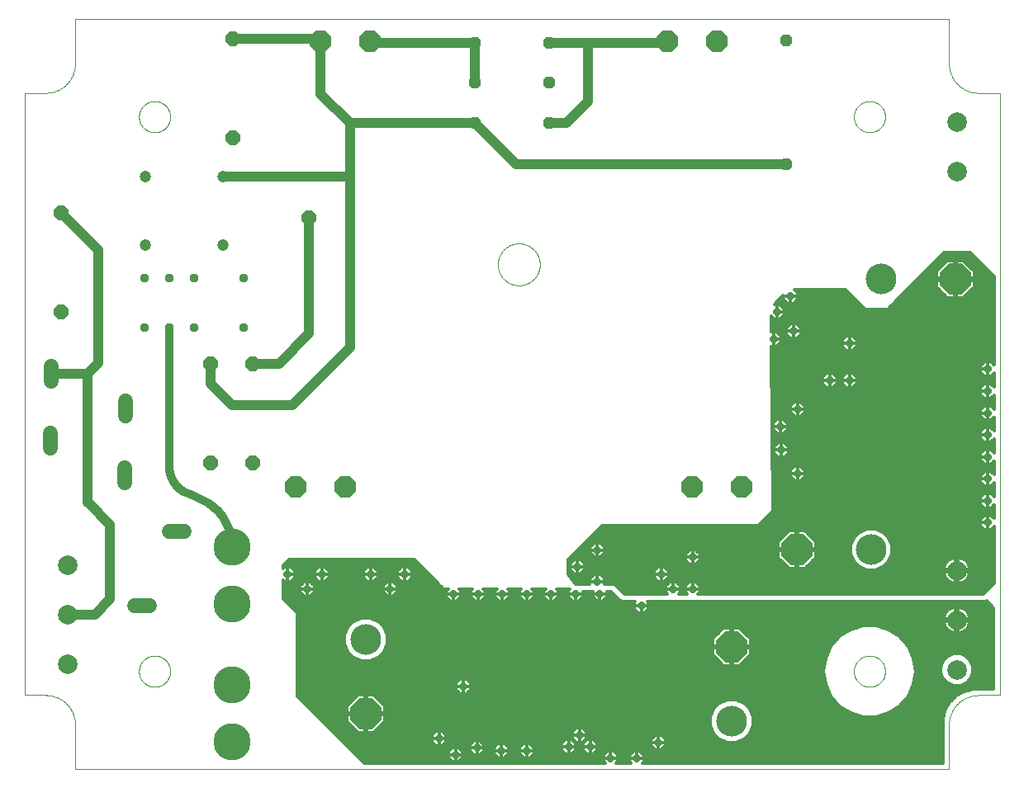
<source format=gbl>
G75*
%MOIN*%
%OFA0B0*%
%FSLAX25Y25*%
%IPPOS*%
%LPD*%
%AMOC8*
5,1,8,0,0,1.08239X$1,22.5*
%
%ADD10C,0.00000*%
%ADD11C,0.15000*%
%ADD12C,0.06000*%
%ADD13OC8,0.08600*%
%ADD14OC8,0.12400*%
%ADD15C,0.12400*%
%ADD16C,0.07874*%
%ADD17OC8,0.06000*%
%ADD18C,0.04724*%
%ADD19OC8,0.04800*%
%ADD20C,0.03740*%
%ADD21C,0.03937*%
%ADD22OC8,0.05906*%
%ADD23C,0.01200*%
%ADD24C,0.04000*%
%ADD25C,0.01181*%
%ADD26OC8,0.03150*%
%ADD27R,0.03150X0.03150*%
%ADD28OC8,0.03200*%
%ADD29C,0.06600*%
%ADD30C,0.03200*%
D10*
X0022017Y0016053D02*
X0022017Y0034163D01*
X0022014Y0034448D01*
X0022003Y0034734D01*
X0021986Y0035019D01*
X0021962Y0035303D01*
X0021931Y0035587D01*
X0021893Y0035870D01*
X0021848Y0036151D01*
X0021797Y0036432D01*
X0021739Y0036712D01*
X0021674Y0036990D01*
X0021602Y0037266D01*
X0021524Y0037540D01*
X0021439Y0037813D01*
X0021347Y0038083D01*
X0021249Y0038351D01*
X0021145Y0038617D01*
X0021034Y0038880D01*
X0020917Y0039140D01*
X0020794Y0039398D01*
X0020664Y0039652D01*
X0020528Y0039903D01*
X0020387Y0040151D01*
X0020239Y0040395D01*
X0020086Y0040636D01*
X0019926Y0040872D01*
X0019761Y0041105D01*
X0019591Y0041334D01*
X0019415Y0041559D01*
X0019233Y0041779D01*
X0019047Y0041995D01*
X0018855Y0042206D01*
X0018658Y0042413D01*
X0018456Y0042615D01*
X0018249Y0042812D01*
X0018038Y0043004D01*
X0017822Y0043190D01*
X0017602Y0043372D01*
X0017377Y0043548D01*
X0017148Y0043718D01*
X0016915Y0043883D01*
X0016679Y0044043D01*
X0016438Y0044196D01*
X0016194Y0044344D01*
X0015946Y0044485D01*
X0015695Y0044621D01*
X0015441Y0044751D01*
X0015183Y0044874D01*
X0014923Y0044991D01*
X0014660Y0045102D01*
X0014394Y0045206D01*
X0014126Y0045304D01*
X0013856Y0045396D01*
X0013583Y0045481D01*
X0013309Y0045559D01*
X0013033Y0045631D01*
X0012755Y0045696D01*
X0012475Y0045754D01*
X0012194Y0045805D01*
X0011913Y0045850D01*
X0011630Y0045888D01*
X0011346Y0045919D01*
X0011062Y0045943D01*
X0010777Y0045960D01*
X0010491Y0045971D01*
X0010206Y0045974D01*
X0010206Y0045975D02*
X0001545Y0045975D01*
X0001545Y0289282D01*
X0010206Y0289282D01*
X0010491Y0289285D01*
X0010777Y0289296D01*
X0011062Y0289313D01*
X0011346Y0289337D01*
X0011630Y0289368D01*
X0011913Y0289406D01*
X0012194Y0289451D01*
X0012475Y0289502D01*
X0012755Y0289560D01*
X0013033Y0289625D01*
X0013309Y0289697D01*
X0013583Y0289775D01*
X0013856Y0289860D01*
X0014126Y0289952D01*
X0014394Y0290050D01*
X0014660Y0290154D01*
X0014923Y0290265D01*
X0015183Y0290382D01*
X0015441Y0290505D01*
X0015695Y0290635D01*
X0015946Y0290771D01*
X0016194Y0290912D01*
X0016438Y0291060D01*
X0016679Y0291213D01*
X0016915Y0291373D01*
X0017148Y0291538D01*
X0017377Y0291708D01*
X0017602Y0291884D01*
X0017822Y0292066D01*
X0018038Y0292252D01*
X0018249Y0292444D01*
X0018456Y0292641D01*
X0018658Y0292843D01*
X0018855Y0293050D01*
X0019047Y0293261D01*
X0019233Y0293477D01*
X0019415Y0293697D01*
X0019591Y0293922D01*
X0019761Y0294151D01*
X0019926Y0294384D01*
X0020086Y0294620D01*
X0020239Y0294861D01*
X0020387Y0295105D01*
X0020528Y0295353D01*
X0020664Y0295604D01*
X0020794Y0295858D01*
X0020917Y0296116D01*
X0021034Y0296376D01*
X0021145Y0296639D01*
X0021249Y0296905D01*
X0021347Y0297173D01*
X0021439Y0297443D01*
X0021524Y0297716D01*
X0021602Y0297990D01*
X0021674Y0298266D01*
X0021739Y0298544D01*
X0021797Y0298824D01*
X0021848Y0299105D01*
X0021893Y0299386D01*
X0021931Y0299669D01*
X0021962Y0299953D01*
X0021986Y0300237D01*
X0022003Y0300522D01*
X0022014Y0300808D01*
X0022017Y0301093D01*
X0022017Y0319203D01*
X0374773Y0319203D01*
X0374773Y0301093D01*
X0374776Y0300808D01*
X0374787Y0300522D01*
X0374804Y0300237D01*
X0374828Y0299953D01*
X0374859Y0299669D01*
X0374897Y0299386D01*
X0374942Y0299105D01*
X0374993Y0298824D01*
X0375051Y0298544D01*
X0375116Y0298266D01*
X0375188Y0297990D01*
X0375266Y0297716D01*
X0375351Y0297443D01*
X0375443Y0297173D01*
X0375541Y0296905D01*
X0375645Y0296639D01*
X0375756Y0296376D01*
X0375873Y0296116D01*
X0375996Y0295858D01*
X0376126Y0295604D01*
X0376262Y0295353D01*
X0376403Y0295105D01*
X0376551Y0294861D01*
X0376704Y0294620D01*
X0376864Y0294384D01*
X0377029Y0294151D01*
X0377199Y0293922D01*
X0377375Y0293697D01*
X0377557Y0293477D01*
X0377743Y0293261D01*
X0377935Y0293050D01*
X0378132Y0292843D01*
X0378334Y0292641D01*
X0378541Y0292444D01*
X0378752Y0292252D01*
X0378968Y0292066D01*
X0379188Y0291884D01*
X0379413Y0291708D01*
X0379642Y0291538D01*
X0379875Y0291373D01*
X0380111Y0291213D01*
X0380352Y0291060D01*
X0380596Y0290912D01*
X0380844Y0290771D01*
X0381095Y0290635D01*
X0381349Y0290505D01*
X0381607Y0290382D01*
X0381867Y0290265D01*
X0382130Y0290154D01*
X0382396Y0290050D01*
X0382664Y0289952D01*
X0382934Y0289860D01*
X0383207Y0289775D01*
X0383481Y0289697D01*
X0383757Y0289625D01*
X0384035Y0289560D01*
X0384315Y0289502D01*
X0384596Y0289451D01*
X0384877Y0289406D01*
X0385160Y0289368D01*
X0385444Y0289337D01*
X0385728Y0289313D01*
X0386013Y0289296D01*
X0386299Y0289285D01*
X0386584Y0289282D01*
X0395245Y0289282D01*
X0395245Y0045975D01*
X0386584Y0045975D01*
X0386584Y0045974D02*
X0386299Y0045971D01*
X0386013Y0045960D01*
X0385728Y0045943D01*
X0385444Y0045919D01*
X0385160Y0045888D01*
X0384877Y0045850D01*
X0384596Y0045805D01*
X0384315Y0045754D01*
X0384035Y0045696D01*
X0383757Y0045631D01*
X0383481Y0045559D01*
X0383207Y0045481D01*
X0382934Y0045396D01*
X0382664Y0045304D01*
X0382396Y0045206D01*
X0382130Y0045102D01*
X0381867Y0044991D01*
X0381607Y0044874D01*
X0381349Y0044751D01*
X0381095Y0044621D01*
X0380844Y0044485D01*
X0380596Y0044344D01*
X0380352Y0044196D01*
X0380111Y0044043D01*
X0379875Y0043883D01*
X0379642Y0043718D01*
X0379413Y0043548D01*
X0379188Y0043372D01*
X0378968Y0043190D01*
X0378752Y0043004D01*
X0378541Y0042812D01*
X0378334Y0042615D01*
X0378132Y0042413D01*
X0377935Y0042206D01*
X0377743Y0041995D01*
X0377557Y0041779D01*
X0377375Y0041559D01*
X0377199Y0041334D01*
X0377029Y0041105D01*
X0376864Y0040872D01*
X0376704Y0040636D01*
X0376551Y0040395D01*
X0376403Y0040151D01*
X0376262Y0039903D01*
X0376126Y0039652D01*
X0375996Y0039398D01*
X0375873Y0039140D01*
X0375756Y0038880D01*
X0375645Y0038617D01*
X0375541Y0038351D01*
X0375443Y0038083D01*
X0375351Y0037813D01*
X0375266Y0037540D01*
X0375188Y0037266D01*
X0375116Y0036990D01*
X0375051Y0036712D01*
X0374993Y0036432D01*
X0374942Y0036151D01*
X0374897Y0035870D01*
X0374859Y0035587D01*
X0374828Y0035303D01*
X0374804Y0035019D01*
X0374787Y0034734D01*
X0374776Y0034448D01*
X0374773Y0034163D01*
X0374773Y0016053D01*
X0022017Y0016053D01*
X0010600Y0045975D02*
X0010206Y0045975D01*
X0047805Y0055620D02*
X0047807Y0055778D01*
X0047813Y0055936D01*
X0047823Y0056094D01*
X0047837Y0056252D01*
X0047855Y0056409D01*
X0047876Y0056566D01*
X0047902Y0056722D01*
X0047932Y0056878D01*
X0047965Y0057033D01*
X0048003Y0057186D01*
X0048044Y0057339D01*
X0048089Y0057491D01*
X0048138Y0057642D01*
X0048191Y0057791D01*
X0048247Y0057939D01*
X0048307Y0058085D01*
X0048371Y0058230D01*
X0048439Y0058373D01*
X0048510Y0058515D01*
X0048584Y0058655D01*
X0048662Y0058792D01*
X0048744Y0058928D01*
X0048828Y0059062D01*
X0048917Y0059193D01*
X0049008Y0059322D01*
X0049103Y0059449D01*
X0049200Y0059574D01*
X0049301Y0059696D01*
X0049405Y0059815D01*
X0049512Y0059932D01*
X0049622Y0060046D01*
X0049735Y0060157D01*
X0049850Y0060266D01*
X0049968Y0060371D01*
X0050089Y0060473D01*
X0050212Y0060573D01*
X0050338Y0060669D01*
X0050466Y0060762D01*
X0050596Y0060852D01*
X0050729Y0060938D01*
X0050864Y0061022D01*
X0051000Y0061101D01*
X0051139Y0061178D01*
X0051280Y0061250D01*
X0051422Y0061320D01*
X0051566Y0061385D01*
X0051712Y0061447D01*
X0051859Y0061505D01*
X0052008Y0061560D01*
X0052158Y0061611D01*
X0052309Y0061658D01*
X0052461Y0061701D01*
X0052614Y0061740D01*
X0052769Y0061776D01*
X0052924Y0061807D01*
X0053080Y0061835D01*
X0053236Y0061859D01*
X0053393Y0061879D01*
X0053551Y0061895D01*
X0053708Y0061907D01*
X0053867Y0061915D01*
X0054025Y0061919D01*
X0054183Y0061919D01*
X0054341Y0061915D01*
X0054500Y0061907D01*
X0054657Y0061895D01*
X0054815Y0061879D01*
X0054972Y0061859D01*
X0055128Y0061835D01*
X0055284Y0061807D01*
X0055439Y0061776D01*
X0055594Y0061740D01*
X0055747Y0061701D01*
X0055899Y0061658D01*
X0056050Y0061611D01*
X0056200Y0061560D01*
X0056349Y0061505D01*
X0056496Y0061447D01*
X0056642Y0061385D01*
X0056786Y0061320D01*
X0056928Y0061250D01*
X0057069Y0061178D01*
X0057208Y0061101D01*
X0057344Y0061022D01*
X0057479Y0060938D01*
X0057612Y0060852D01*
X0057742Y0060762D01*
X0057870Y0060669D01*
X0057996Y0060573D01*
X0058119Y0060473D01*
X0058240Y0060371D01*
X0058358Y0060266D01*
X0058473Y0060157D01*
X0058586Y0060046D01*
X0058696Y0059932D01*
X0058803Y0059815D01*
X0058907Y0059696D01*
X0059008Y0059574D01*
X0059105Y0059449D01*
X0059200Y0059322D01*
X0059291Y0059193D01*
X0059380Y0059062D01*
X0059464Y0058928D01*
X0059546Y0058792D01*
X0059624Y0058655D01*
X0059698Y0058515D01*
X0059769Y0058373D01*
X0059837Y0058230D01*
X0059901Y0058085D01*
X0059961Y0057939D01*
X0060017Y0057791D01*
X0060070Y0057642D01*
X0060119Y0057491D01*
X0060164Y0057339D01*
X0060205Y0057186D01*
X0060243Y0057033D01*
X0060276Y0056878D01*
X0060306Y0056722D01*
X0060332Y0056566D01*
X0060353Y0056409D01*
X0060371Y0056252D01*
X0060385Y0056094D01*
X0060395Y0055936D01*
X0060401Y0055778D01*
X0060403Y0055620D01*
X0060401Y0055462D01*
X0060395Y0055304D01*
X0060385Y0055146D01*
X0060371Y0054988D01*
X0060353Y0054831D01*
X0060332Y0054674D01*
X0060306Y0054518D01*
X0060276Y0054362D01*
X0060243Y0054207D01*
X0060205Y0054054D01*
X0060164Y0053901D01*
X0060119Y0053749D01*
X0060070Y0053598D01*
X0060017Y0053449D01*
X0059961Y0053301D01*
X0059901Y0053155D01*
X0059837Y0053010D01*
X0059769Y0052867D01*
X0059698Y0052725D01*
X0059624Y0052585D01*
X0059546Y0052448D01*
X0059464Y0052312D01*
X0059380Y0052178D01*
X0059291Y0052047D01*
X0059200Y0051918D01*
X0059105Y0051791D01*
X0059008Y0051666D01*
X0058907Y0051544D01*
X0058803Y0051425D01*
X0058696Y0051308D01*
X0058586Y0051194D01*
X0058473Y0051083D01*
X0058358Y0050974D01*
X0058240Y0050869D01*
X0058119Y0050767D01*
X0057996Y0050667D01*
X0057870Y0050571D01*
X0057742Y0050478D01*
X0057612Y0050388D01*
X0057479Y0050302D01*
X0057344Y0050218D01*
X0057208Y0050139D01*
X0057069Y0050062D01*
X0056928Y0049990D01*
X0056786Y0049920D01*
X0056642Y0049855D01*
X0056496Y0049793D01*
X0056349Y0049735D01*
X0056200Y0049680D01*
X0056050Y0049629D01*
X0055899Y0049582D01*
X0055747Y0049539D01*
X0055594Y0049500D01*
X0055439Y0049464D01*
X0055284Y0049433D01*
X0055128Y0049405D01*
X0054972Y0049381D01*
X0054815Y0049361D01*
X0054657Y0049345D01*
X0054500Y0049333D01*
X0054341Y0049325D01*
X0054183Y0049321D01*
X0054025Y0049321D01*
X0053867Y0049325D01*
X0053708Y0049333D01*
X0053551Y0049345D01*
X0053393Y0049361D01*
X0053236Y0049381D01*
X0053080Y0049405D01*
X0052924Y0049433D01*
X0052769Y0049464D01*
X0052614Y0049500D01*
X0052461Y0049539D01*
X0052309Y0049582D01*
X0052158Y0049629D01*
X0052008Y0049680D01*
X0051859Y0049735D01*
X0051712Y0049793D01*
X0051566Y0049855D01*
X0051422Y0049920D01*
X0051280Y0049990D01*
X0051139Y0050062D01*
X0051000Y0050139D01*
X0050864Y0050218D01*
X0050729Y0050302D01*
X0050596Y0050388D01*
X0050466Y0050478D01*
X0050338Y0050571D01*
X0050212Y0050667D01*
X0050089Y0050767D01*
X0049968Y0050869D01*
X0049850Y0050974D01*
X0049735Y0051083D01*
X0049622Y0051194D01*
X0049512Y0051308D01*
X0049405Y0051425D01*
X0049301Y0051544D01*
X0049200Y0051666D01*
X0049103Y0051791D01*
X0049008Y0051918D01*
X0048917Y0052047D01*
X0048828Y0052178D01*
X0048744Y0052312D01*
X0048662Y0052448D01*
X0048584Y0052585D01*
X0048510Y0052725D01*
X0048439Y0052867D01*
X0048371Y0053010D01*
X0048307Y0053155D01*
X0048247Y0053301D01*
X0048191Y0053449D01*
X0048138Y0053598D01*
X0048089Y0053749D01*
X0048044Y0053901D01*
X0048003Y0054054D01*
X0047965Y0054207D01*
X0047932Y0054362D01*
X0047902Y0054518D01*
X0047876Y0054674D01*
X0047855Y0054831D01*
X0047837Y0054988D01*
X0047823Y0055146D01*
X0047813Y0055304D01*
X0047807Y0055462D01*
X0047805Y0055620D01*
X0192686Y0219990D02*
X0192689Y0220198D01*
X0192696Y0220405D01*
X0192709Y0220613D01*
X0192727Y0220820D01*
X0192750Y0221026D01*
X0192778Y0221232D01*
X0192811Y0221437D01*
X0192849Y0221641D01*
X0192892Y0221845D01*
X0192940Y0222047D01*
X0192993Y0222248D01*
X0193051Y0222447D01*
X0193113Y0222645D01*
X0193181Y0222842D01*
X0193253Y0223037D01*
X0193330Y0223229D01*
X0193412Y0223420D01*
X0193499Y0223609D01*
X0193590Y0223796D01*
X0193686Y0223980D01*
X0193786Y0224162D01*
X0193890Y0224342D01*
X0193999Y0224519D01*
X0194113Y0224693D01*
X0194230Y0224864D01*
X0194352Y0225033D01*
X0194478Y0225198D01*
X0194607Y0225360D01*
X0194741Y0225519D01*
X0194879Y0225675D01*
X0195020Y0225827D01*
X0195165Y0225976D01*
X0195314Y0226121D01*
X0195466Y0226262D01*
X0195622Y0226400D01*
X0195781Y0226534D01*
X0195943Y0226663D01*
X0196108Y0226789D01*
X0196277Y0226911D01*
X0196448Y0227028D01*
X0196622Y0227142D01*
X0196799Y0227251D01*
X0196979Y0227355D01*
X0197161Y0227455D01*
X0197345Y0227551D01*
X0197532Y0227642D01*
X0197721Y0227729D01*
X0197912Y0227811D01*
X0198104Y0227888D01*
X0198299Y0227960D01*
X0198496Y0228028D01*
X0198694Y0228090D01*
X0198893Y0228148D01*
X0199094Y0228201D01*
X0199296Y0228249D01*
X0199500Y0228292D01*
X0199704Y0228330D01*
X0199909Y0228363D01*
X0200115Y0228391D01*
X0200321Y0228414D01*
X0200528Y0228432D01*
X0200736Y0228445D01*
X0200943Y0228452D01*
X0201151Y0228455D01*
X0201359Y0228452D01*
X0201566Y0228445D01*
X0201774Y0228432D01*
X0201981Y0228414D01*
X0202187Y0228391D01*
X0202393Y0228363D01*
X0202598Y0228330D01*
X0202802Y0228292D01*
X0203006Y0228249D01*
X0203208Y0228201D01*
X0203409Y0228148D01*
X0203608Y0228090D01*
X0203806Y0228028D01*
X0204003Y0227960D01*
X0204198Y0227888D01*
X0204390Y0227811D01*
X0204581Y0227729D01*
X0204770Y0227642D01*
X0204957Y0227551D01*
X0205141Y0227455D01*
X0205323Y0227355D01*
X0205503Y0227251D01*
X0205680Y0227142D01*
X0205854Y0227028D01*
X0206025Y0226911D01*
X0206194Y0226789D01*
X0206359Y0226663D01*
X0206521Y0226534D01*
X0206680Y0226400D01*
X0206836Y0226262D01*
X0206988Y0226121D01*
X0207137Y0225976D01*
X0207282Y0225827D01*
X0207423Y0225675D01*
X0207561Y0225519D01*
X0207695Y0225360D01*
X0207824Y0225198D01*
X0207950Y0225033D01*
X0208072Y0224864D01*
X0208189Y0224693D01*
X0208303Y0224519D01*
X0208412Y0224342D01*
X0208516Y0224162D01*
X0208616Y0223980D01*
X0208712Y0223796D01*
X0208803Y0223609D01*
X0208890Y0223420D01*
X0208972Y0223229D01*
X0209049Y0223037D01*
X0209121Y0222842D01*
X0209189Y0222645D01*
X0209251Y0222447D01*
X0209309Y0222248D01*
X0209362Y0222047D01*
X0209410Y0221845D01*
X0209453Y0221641D01*
X0209491Y0221437D01*
X0209524Y0221232D01*
X0209552Y0221026D01*
X0209575Y0220820D01*
X0209593Y0220613D01*
X0209606Y0220405D01*
X0209613Y0220198D01*
X0209616Y0219990D01*
X0209613Y0219782D01*
X0209606Y0219575D01*
X0209593Y0219367D01*
X0209575Y0219160D01*
X0209552Y0218954D01*
X0209524Y0218748D01*
X0209491Y0218543D01*
X0209453Y0218339D01*
X0209410Y0218135D01*
X0209362Y0217933D01*
X0209309Y0217732D01*
X0209251Y0217533D01*
X0209189Y0217335D01*
X0209121Y0217138D01*
X0209049Y0216943D01*
X0208972Y0216751D01*
X0208890Y0216560D01*
X0208803Y0216371D01*
X0208712Y0216184D01*
X0208616Y0216000D01*
X0208516Y0215818D01*
X0208412Y0215638D01*
X0208303Y0215461D01*
X0208189Y0215287D01*
X0208072Y0215116D01*
X0207950Y0214947D01*
X0207824Y0214782D01*
X0207695Y0214620D01*
X0207561Y0214461D01*
X0207423Y0214305D01*
X0207282Y0214153D01*
X0207137Y0214004D01*
X0206988Y0213859D01*
X0206836Y0213718D01*
X0206680Y0213580D01*
X0206521Y0213446D01*
X0206359Y0213317D01*
X0206194Y0213191D01*
X0206025Y0213069D01*
X0205854Y0212952D01*
X0205680Y0212838D01*
X0205503Y0212729D01*
X0205323Y0212625D01*
X0205141Y0212525D01*
X0204957Y0212429D01*
X0204770Y0212338D01*
X0204581Y0212251D01*
X0204390Y0212169D01*
X0204198Y0212092D01*
X0204003Y0212020D01*
X0203806Y0211952D01*
X0203608Y0211890D01*
X0203409Y0211832D01*
X0203208Y0211779D01*
X0203006Y0211731D01*
X0202802Y0211688D01*
X0202598Y0211650D01*
X0202393Y0211617D01*
X0202187Y0211589D01*
X0201981Y0211566D01*
X0201774Y0211548D01*
X0201566Y0211535D01*
X0201359Y0211528D01*
X0201151Y0211525D01*
X0200943Y0211528D01*
X0200736Y0211535D01*
X0200528Y0211548D01*
X0200321Y0211566D01*
X0200115Y0211589D01*
X0199909Y0211617D01*
X0199704Y0211650D01*
X0199500Y0211688D01*
X0199296Y0211731D01*
X0199094Y0211779D01*
X0198893Y0211832D01*
X0198694Y0211890D01*
X0198496Y0211952D01*
X0198299Y0212020D01*
X0198104Y0212092D01*
X0197912Y0212169D01*
X0197721Y0212251D01*
X0197532Y0212338D01*
X0197345Y0212429D01*
X0197161Y0212525D01*
X0196979Y0212625D01*
X0196799Y0212729D01*
X0196622Y0212838D01*
X0196448Y0212952D01*
X0196277Y0213069D01*
X0196108Y0213191D01*
X0195943Y0213317D01*
X0195781Y0213446D01*
X0195622Y0213580D01*
X0195466Y0213718D01*
X0195314Y0213859D01*
X0195165Y0214004D01*
X0195020Y0214153D01*
X0194879Y0214305D01*
X0194741Y0214461D01*
X0194607Y0214620D01*
X0194478Y0214782D01*
X0194352Y0214947D01*
X0194230Y0215116D01*
X0194113Y0215287D01*
X0193999Y0215461D01*
X0193890Y0215638D01*
X0193786Y0215818D01*
X0193686Y0216000D01*
X0193590Y0216184D01*
X0193499Y0216371D01*
X0193412Y0216560D01*
X0193330Y0216751D01*
X0193253Y0216943D01*
X0193181Y0217138D01*
X0193113Y0217335D01*
X0193051Y0217533D01*
X0192993Y0217732D01*
X0192940Y0217933D01*
X0192892Y0218135D01*
X0192849Y0218339D01*
X0192811Y0218543D01*
X0192778Y0218748D01*
X0192750Y0218954D01*
X0192727Y0219160D01*
X0192709Y0219367D01*
X0192696Y0219575D01*
X0192689Y0219782D01*
X0192686Y0219990D01*
X0047805Y0279636D02*
X0047807Y0279794D01*
X0047813Y0279952D01*
X0047823Y0280110D01*
X0047837Y0280268D01*
X0047855Y0280425D01*
X0047876Y0280582D01*
X0047902Y0280738D01*
X0047932Y0280894D01*
X0047965Y0281049D01*
X0048003Y0281202D01*
X0048044Y0281355D01*
X0048089Y0281507D01*
X0048138Y0281658D01*
X0048191Y0281807D01*
X0048247Y0281955D01*
X0048307Y0282101D01*
X0048371Y0282246D01*
X0048439Y0282389D01*
X0048510Y0282531D01*
X0048584Y0282671D01*
X0048662Y0282808D01*
X0048744Y0282944D01*
X0048828Y0283078D01*
X0048917Y0283209D01*
X0049008Y0283338D01*
X0049103Y0283465D01*
X0049200Y0283590D01*
X0049301Y0283712D01*
X0049405Y0283831D01*
X0049512Y0283948D01*
X0049622Y0284062D01*
X0049735Y0284173D01*
X0049850Y0284282D01*
X0049968Y0284387D01*
X0050089Y0284489D01*
X0050212Y0284589D01*
X0050338Y0284685D01*
X0050466Y0284778D01*
X0050596Y0284868D01*
X0050729Y0284954D01*
X0050864Y0285038D01*
X0051000Y0285117D01*
X0051139Y0285194D01*
X0051280Y0285266D01*
X0051422Y0285336D01*
X0051566Y0285401D01*
X0051712Y0285463D01*
X0051859Y0285521D01*
X0052008Y0285576D01*
X0052158Y0285627D01*
X0052309Y0285674D01*
X0052461Y0285717D01*
X0052614Y0285756D01*
X0052769Y0285792D01*
X0052924Y0285823D01*
X0053080Y0285851D01*
X0053236Y0285875D01*
X0053393Y0285895D01*
X0053551Y0285911D01*
X0053708Y0285923D01*
X0053867Y0285931D01*
X0054025Y0285935D01*
X0054183Y0285935D01*
X0054341Y0285931D01*
X0054500Y0285923D01*
X0054657Y0285911D01*
X0054815Y0285895D01*
X0054972Y0285875D01*
X0055128Y0285851D01*
X0055284Y0285823D01*
X0055439Y0285792D01*
X0055594Y0285756D01*
X0055747Y0285717D01*
X0055899Y0285674D01*
X0056050Y0285627D01*
X0056200Y0285576D01*
X0056349Y0285521D01*
X0056496Y0285463D01*
X0056642Y0285401D01*
X0056786Y0285336D01*
X0056928Y0285266D01*
X0057069Y0285194D01*
X0057208Y0285117D01*
X0057344Y0285038D01*
X0057479Y0284954D01*
X0057612Y0284868D01*
X0057742Y0284778D01*
X0057870Y0284685D01*
X0057996Y0284589D01*
X0058119Y0284489D01*
X0058240Y0284387D01*
X0058358Y0284282D01*
X0058473Y0284173D01*
X0058586Y0284062D01*
X0058696Y0283948D01*
X0058803Y0283831D01*
X0058907Y0283712D01*
X0059008Y0283590D01*
X0059105Y0283465D01*
X0059200Y0283338D01*
X0059291Y0283209D01*
X0059380Y0283078D01*
X0059464Y0282944D01*
X0059546Y0282808D01*
X0059624Y0282671D01*
X0059698Y0282531D01*
X0059769Y0282389D01*
X0059837Y0282246D01*
X0059901Y0282101D01*
X0059961Y0281955D01*
X0060017Y0281807D01*
X0060070Y0281658D01*
X0060119Y0281507D01*
X0060164Y0281355D01*
X0060205Y0281202D01*
X0060243Y0281049D01*
X0060276Y0280894D01*
X0060306Y0280738D01*
X0060332Y0280582D01*
X0060353Y0280425D01*
X0060371Y0280268D01*
X0060385Y0280110D01*
X0060395Y0279952D01*
X0060401Y0279794D01*
X0060403Y0279636D01*
X0060401Y0279478D01*
X0060395Y0279320D01*
X0060385Y0279162D01*
X0060371Y0279004D01*
X0060353Y0278847D01*
X0060332Y0278690D01*
X0060306Y0278534D01*
X0060276Y0278378D01*
X0060243Y0278223D01*
X0060205Y0278070D01*
X0060164Y0277917D01*
X0060119Y0277765D01*
X0060070Y0277614D01*
X0060017Y0277465D01*
X0059961Y0277317D01*
X0059901Y0277171D01*
X0059837Y0277026D01*
X0059769Y0276883D01*
X0059698Y0276741D01*
X0059624Y0276601D01*
X0059546Y0276464D01*
X0059464Y0276328D01*
X0059380Y0276194D01*
X0059291Y0276063D01*
X0059200Y0275934D01*
X0059105Y0275807D01*
X0059008Y0275682D01*
X0058907Y0275560D01*
X0058803Y0275441D01*
X0058696Y0275324D01*
X0058586Y0275210D01*
X0058473Y0275099D01*
X0058358Y0274990D01*
X0058240Y0274885D01*
X0058119Y0274783D01*
X0057996Y0274683D01*
X0057870Y0274587D01*
X0057742Y0274494D01*
X0057612Y0274404D01*
X0057479Y0274318D01*
X0057344Y0274234D01*
X0057208Y0274155D01*
X0057069Y0274078D01*
X0056928Y0274006D01*
X0056786Y0273936D01*
X0056642Y0273871D01*
X0056496Y0273809D01*
X0056349Y0273751D01*
X0056200Y0273696D01*
X0056050Y0273645D01*
X0055899Y0273598D01*
X0055747Y0273555D01*
X0055594Y0273516D01*
X0055439Y0273480D01*
X0055284Y0273449D01*
X0055128Y0273421D01*
X0054972Y0273397D01*
X0054815Y0273377D01*
X0054657Y0273361D01*
X0054500Y0273349D01*
X0054341Y0273341D01*
X0054183Y0273337D01*
X0054025Y0273337D01*
X0053867Y0273341D01*
X0053708Y0273349D01*
X0053551Y0273361D01*
X0053393Y0273377D01*
X0053236Y0273397D01*
X0053080Y0273421D01*
X0052924Y0273449D01*
X0052769Y0273480D01*
X0052614Y0273516D01*
X0052461Y0273555D01*
X0052309Y0273598D01*
X0052158Y0273645D01*
X0052008Y0273696D01*
X0051859Y0273751D01*
X0051712Y0273809D01*
X0051566Y0273871D01*
X0051422Y0273936D01*
X0051280Y0274006D01*
X0051139Y0274078D01*
X0051000Y0274155D01*
X0050864Y0274234D01*
X0050729Y0274318D01*
X0050596Y0274404D01*
X0050466Y0274494D01*
X0050338Y0274587D01*
X0050212Y0274683D01*
X0050089Y0274783D01*
X0049968Y0274885D01*
X0049850Y0274990D01*
X0049735Y0275099D01*
X0049622Y0275210D01*
X0049512Y0275324D01*
X0049405Y0275441D01*
X0049301Y0275560D01*
X0049200Y0275682D01*
X0049103Y0275807D01*
X0049008Y0275934D01*
X0048917Y0276063D01*
X0048828Y0276194D01*
X0048744Y0276328D01*
X0048662Y0276464D01*
X0048584Y0276601D01*
X0048510Y0276741D01*
X0048439Y0276883D01*
X0048371Y0277026D01*
X0048307Y0277171D01*
X0048247Y0277317D01*
X0048191Y0277465D01*
X0048138Y0277614D01*
X0048089Y0277765D01*
X0048044Y0277917D01*
X0048003Y0278070D01*
X0047965Y0278223D01*
X0047932Y0278378D01*
X0047902Y0278534D01*
X0047876Y0278690D01*
X0047855Y0278847D01*
X0047837Y0279004D01*
X0047823Y0279162D01*
X0047813Y0279320D01*
X0047807Y0279478D01*
X0047805Y0279636D01*
X0336387Y0279636D02*
X0336389Y0279794D01*
X0336395Y0279952D01*
X0336405Y0280110D01*
X0336419Y0280268D01*
X0336437Y0280425D01*
X0336458Y0280582D01*
X0336484Y0280738D01*
X0336514Y0280894D01*
X0336547Y0281049D01*
X0336585Y0281202D01*
X0336626Y0281355D01*
X0336671Y0281507D01*
X0336720Y0281658D01*
X0336773Y0281807D01*
X0336829Y0281955D01*
X0336889Y0282101D01*
X0336953Y0282246D01*
X0337021Y0282389D01*
X0337092Y0282531D01*
X0337166Y0282671D01*
X0337244Y0282808D01*
X0337326Y0282944D01*
X0337410Y0283078D01*
X0337499Y0283209D01*
X0337590Y0283338D01*
X0337685Y0283465D01*
X0337782Y0283590D01*
X0337883Y0283712D01*
X0337987Y0283831D01*
X0338094Y0283948D01*
X0338204Y0284062D01*
X0338317Y0284173D01*
X0338432Y0284282D01*
X0338550Y0284387D01*
X0338671Y0284489D01*
X0338794Y0284589D01*
X0338920Y0284685D01*
X0339048Y0284778D01*
X0339178Y0284868D01*
X0339311Y0284954D01*
X0339446Y0285038D01*
X0339582Y0285117D01*
X0339721Y0285194D01*
X0339862Y0285266D01*
X0340004Y0285336D01*
X0340148Y0285401D01*
X0340294Y0285463D01*
X0340441Y0285521D01*
X0340590Y0285576D01*
X0340740Y0285627D01*
X0340891Y0285674D01*
X0341043Y0285717D01*
X0341196Y0285756D01*
X0341351Y0285792D01*
X0341506Y0285823D01*
X0341662Y0285851D01*
X0341818Y0285875D01*
X0341975Y0285895D01*
X0342133Y0285911D01*
X0342290Y0285923D01*
X0342449Y0285931D01*
X0342607Y0285935D01*
X0342765Y0285935D01*
X0342923Y0285931D01*
X0343082Y0285923D01*
X0343239Y0285911D01*
X0343397Y0285895D01*
X0343554Y0285875D01*
X0343710Y0285851D01*
X0343866Y0285823D01*
X0344021Y0285792D01*
X0344176Y0285756D01*
X0344329Y0285717D01*
X0344481Y0285674D01*
X0344632Y0285627D01*
X0344782Y0285576D01*
X0344931Y0285521D01*
X0345078Y0285463D01*
X0345224Y0285401D01*
X0345368Y0285336D01*
X0345510Y0285266D01*
X0345651Y0285194D01*
X0345790Y0285117D01*
X0345926Y0285038D01*
X0346061Y0284954D01*
X0346194Y0284868D01*
X0346324Y0284778D01*
X0346452Y0284685D01*
X0346578Y0284589D01*
X0346701Y0284489D01*
X0346822Y0284387D01*
X0346940Y0284282D01*
X0347055Y0284173D01*
X0347168Y0284062D01*
X0347278Y0283948D01*
X0347385Y0283831D01*
X0347489Y0283712D01*
X0347590Y0283590D01*
X0347687Y0283465D01*
X0347782Y0283338D01*
X0347873Y0283209D01*
X0347962Y0283078D01*
X0348046Y0282944D01*
X0348128Y0282808D01*
X0348206Y0282671D01*
X0348280Y0282531D01*
X0348351Y0282389D01*
X0348419Y0282246D01*
X0348483Y0282101D01*
X0348543Y0281955D01*
X0348599Y0281807D01*
X0348652Y0281658D01*
X0348701Y0281507D01*
X0348746Y0281355D01*
X0348787Y0281202D01*
X0348825Y0281049D01*
X0348858Y0280894D01*
X0348888Y0280738D01*
X0348914Y0280582D01*
X0348935Y0280425D01*
X0348953Y0280268D01*
X0348967Y0280110D01*
X0348977Y0279952D01*
X0348983Y0279794D01*
X0348985Y0279636D01*
X0348983Y0279478D01*
X0348977Y0279320D01*
X0348967Y0279162D01*
X0348953Y0279004D01*
X0348935Y0278847D01*
X0348914Y0278690D01*
X0348888Y0278534D01*
X0348858Y0278378D01*
X0348825Y0278223D01*
X0348787Y0278070D01*
X0348746Y0277917D01*
X0348701Y0277765D01*
X0348652Y0277614D01*
X0348599Y0277465D01*
X0348543Y0277317D01*
X0348483Y0277171D01*
X0348419Y0277026D01*
X0348351Y0276883D01*
X0348280Y0276741D01*
X0348206Y0276601D01*
X0348128Y0276464D01*
X0348046Y0276328D01*
X0347962Y0276194D01*
X0347873Y0276063D01*
X0347782Y0275934D01*
X0347687Y0275807D01*
X0347590Y0275682D01*
X0347489Y0275560D01*
X0347385Y0275441D01*
X0347278Y0275324D01*
X0347168Y0275210D01*
X0347055Y0275099D01*
X0346940Y0274990D01*
X0346822Y0274885D01*
X0346701Y0274783D01*
X0346578Y0274683D01*
X0346452Y0274587D01*
X0346324Y0274494D01*
X0346194Y0274404D01*
X0346061Y0274318D01*
X0345926Y0274234D01*
X0345790Y0274155D01*
X0345651Y0274078D01*
X0345510Y0274006D01*
X0345368Y0273936D01*
X0345224Y0273871D01*
X0345078Y0273809D01*
X0344931Y0273751D01*
X0344782Y0273696D01*
X0344632Y0273645D01*
X0344481Y0273598D01*
X0344329Y0273555D01*
X0344176Y0273516D01*
X0344021Y0273480D01*
X0343866Y0273449D01*
X0343710Y0273421D01*
X0343554Y0273397D01*
X0343397Y0273377D01*
X0343239Y0273361D01*
X0343082Y0273349D01*
X0342923Y0273341D01*
X0342765Y0273337D01*
X0342607Y0273337D01*
X0342449Y0273341D01*
X0342290Y0273349D01*
X0342133Y0273361D01*
X0341975Y0273377D01*
X0341818Y0273397D01*
X0341662Y0273421D01*
X0341506Y0273449D01*
X0341351Y0273480D01*
X0341196Y0273516D01*
X0341043Y0273555D01*
X0340891Y0273598D01*
X0340740Y0273645D01*
X0340590Y0273696D01*
X0340441Y0273751D01*
X0340294Y0273809D01*
X0340148Y0273871D01*
X0340004Y0273936D01*
X0339862Y0274006D01*
X0339721Y0274078D01*
X0339582Y0274155D01*
X0339446Y0274234D01*
X0339311Y0274318D01*
X0339178Y0274404D01*
X0339048Y0274494D01*
X0338920Y0274587D01*
X0338794Y0274683D01*
X0338671Y0274783D01*
X0338550Y0274885D01*
X0338432Y0274990D01*
X0338317Y0275099D01*
X0338204Y0275210D01*
X0338094Y0275324D01*
X0337987Y0275441D01*
X0337883Y0275560D01*
X0337782Y0275682D01*
X0337685Y0275807D01*
X0337590Y0275934D01*
X0337499Y0276063D01*
X0337410Y0276194D01*
X0337326Y0276328D01*
X0337244Y0276464D01*
X0337166Y0276601D01*
X0337092Y0276741D01*
X0337021Y0276883D01*
X0336953Y0277026D01*
X0336889Y0277171D01*
X0336829Y0277317D01*
X0336773Y0277465D01*
X0336720Y0277614D01*
X0336671Y0277765D01*
X0336626Y0277917D01*
X0336585Y0278070D01*
X0336547Y0278223D01*
X0336514Y0278378D01*
X0336484Y0278534D01*
X0336458Y0278690D01*
X0336437Y0278847D01*
X0336419Y0279004D01*
X0336405Y0279162D01*
X0336395Y0279320D01*
X0336389Y0279478D01*
X0336387Y0279636D01*
X0336387Y0055620D02*
X0336389Y0055778D01*
X0336395Y0055936D01*
X0336405Y0056094D01*
X0336419Y0056252D01*
X0336437Y0056409D01*
X0336458Y0056566D01*
X0336484Y0056722D01*
X0336514Y0056878D01*
X0336547Y0057033D01*
X0336585Y0057186D01*
X0336626Y0057339D01*
X0336671Y0057491D01*
X0336720Y0057642D01*
X0336773Y0057791D01*
X0336829Y0057939D01*
X0336889Y0058085D01*
X0336953Y0058230D01*
X0337021Y0058373D01*
X0337092Y0058515D01*
X0337166Y0058655D01*
X0337244Y0058792D01*
X0337326Y0058928D01*
X0337410Y0059062D01*
X0337499Y0059193D01*
X0337590Y0059322D01*
X0337685Y0059449D01*
X0337782Y0059574D01*
X0337883Y0059696D01*
X0337987Y0059815D01*
X0338094Y0059932D01*
X0338204Y0060046D01*
X0338317Y0060157D01*
X0338432Y0060266D01*
X0338550Y0060371D01*
X0338671Y0060473D01*
X0338794Y0060573D01*
X0338920Y0060669D01*
X0339048Y0060762D01*
X0339178Y0060852D01*
X0339311Y0060938D01*
X0339446Y0061022D01*
X0339582Y0061101D01*
X0339721Y0061178D01*
X0339862Y0061250D01*
X0340004Y0061320D01*
X0340148Y0061385D01*
X0340294Y0061447D01*
X0340441Y0061505D01*
X0340590Y0061560D01*
X0340740Y0061611D01*
X0340891Y0061658D01*
X0341043Y0061701D01*
X0341196Y0061740D01*
X0341351Y0061776D01*
X0341506Y0061807D01*
X0341662Y0061835D01*
X0341818Y0061859D01*
X0341975Y0061879D01*
X0342133Y0061895D01*
X0342290Y0061907D01*
X0342449Y0061915D01*
X0342607Y0061919D01*
X0342765Y0061919D01*
X0342923Y0061915D01*
X0343082Y0061907D01*
X0343239Y0061895D01*
X0343397Y0061879D01*
X0343554Y0061859D01*
X0343710Y0061835D01*
X0343866Y0061807D01*
X0344021Y0061776D01*
X0344176Y0061740D01*
X0344329Y0061701D01*
X0344481Y0061658D01*
X0344632Y0061611D01*
X0344782Y0061560D01*
X0344931Y0061505D01*
X0345078Y0061447D01*
X0345224Y0061385D01*
X0345368Y0061320D01*
X0345510Y0061250D01*
X0345651Y0061178D01*
X0345790Y0061101D01*
X0345926Y0061022D01*
X0346061Y0060938D01*
X0346194Y0060852D01*
X0346324Y0060762D01*
X0346452Y0060669D01*
X0346578Y0060573D01*
X0346701Y0060473D01*
X0346822Y0060371D01*
X0346940Y0060266D01*
X0347055Y0060157D01*
X0347168Y0060046D01*
X0347278Y0059932D01*
X0347385Y0059815D01*
X0347489Y0059696D01*
X0347590Y0059574D01*
X0347687Y0059449D01*
X0347782Y0059322D01*
X0347873Y0059193D01*
X0347962Y0059062D01*
X0348046Y0058928D01*
X0348128Y0058792D01*
X0348206Y0058655D01*
X0348280Y0058515D01*
X0348351Y0058373D01*
X0348419Y0058230D01*
X0348483Y0058085D01*
X0348543Y0057939D01*
X0348599Y0057791D01*
X0348652Y0057642D01*
X0348701Y0057491D01*
X0348746Y0057339D01*
X0348787Y0057186D01*
X0348825Y0057033D01*
X0348858Y0056878D01*
X0348888Y0056722D01*
X0348914Y0056566D01*
X0348935Y0056409D01*
X0348953Y0056252D01*
X0348967Y0056094D01*
X0348977Y0055936D01*
X0348983Y0055778D01*
X0348985Y0055620D01*
X0348983Y0055462D01*
X0348977Y0055304D01*
X0348967Y0055146D01*
X0348953Y0054988D01*
X0348935Y0054831D01*
X0348914Y0054674D01*
X0348888Y0054518D01*
X0348858Y0054362D01*
X0348825Y0054207D01*
X0348787Y0054054D01*
X0348746Y0053901D01*
X0348701Y0053749D01*
X0348652Y0053598D01*
X0348599Y0053449D01*
X0348543Y0053301D01*
X0348483Y0053155D01*
X0348419Y0053010D01*
X0348351Y0052867D01*
X0348280Y0052725D01*
X0348206Y0052585D01*
X0348128Y0052448D01*
X0348046Y0052312D01*
X0347962Y0052178D01*
X0347873Y0052047D01*
X0347782Y0051918D01*
X0347687Y0051791D01*
X0347590Y0051666D01*
X0347489Y0051544D01*
X0347385Y0051425D01*
X0347278Y0051308D01*
X0347168Y0051194D01*
X0347055Y0051083D01*
X0346940Y0050974D01*
X0346822Y0050869D01*
X0346701Y0050767D01*
X0346578Y0050667D01*
X0346452Y0050571D01*
X0346324Y0050478D01*
X0346194Y0050388D01*
X0346061Y0050302D01*
X0345926Y0050218D01*
X0345790Y0050139D01*
X0345651Y0050062D01*
X0345510Y0049990D01*
X0345368Y0049920D01*
X0345224Y0049855D01*
X0345078Y0049793D01*
X0344931Y0049735D01*
X0344782Y0049680D01*
X0344632Y0049629D01*
X0344481Y0049582D01*
X0344329Y0049539D01*
X0344176Y0049500D01*
X0344021Y0049464D01*
X0343866Y0049433D01*
X0343710Y0049405D01*
X0343554Y0049381D01*
X0343397Y0049361D01*
X0343239Y0049345D01*
X0343082Y0049333D01*
X0342923Y0049325D01*
X0342765Y0049321D01*
X0342607Y0049321D01*
X0342449Y0049325D01*
X0342290Y0049333D01*
X0342133Y0049345D01*
X0341975Y0049361D01*
X0341818Y0049381D01*
X0341662Y0049405D01*
X0341506Y0049433D01*
X0341351Y0049464D01*
X0341196Y0049500D01*
X0341043Y0049539D01*
X0340891Y0049582D01*
X0340740Y0049629D01*
X0340590Y0049680D01*
X0340441Y0049735D01*
X0340294Y0049793D01*
X0340148Y0049855D01*
X0340004Y0049920D01*
X0339862Y0049990D01*
X0339721Y0050062D01*
X0339582Y0050139D01*
X0339446Y0050218D01*
X0339311Y0050302D01*
X0339178Y0050388D01*
X0339048Y0050478D01*
X0338920Y0050571D01*
X0338794Y0050667D01*
X0338671Y0050767D01*
X0338550Y0050869D01*
X0338432Y0050974D01*
X0338317Y0051083D01*
X0338204Y0051194D01*
X0338094Y0051308D01*
X0337987Y0051425D01*
X0337883Y0051544D01*
X0337782Y0051666D01*
X0337685Y0051791D01*
X0337590Y0051918D01*
X0337499Y0052047D01*
X0337410Y0052178D01*
X0337326Y0052312D01*
X0337244Y0052448D01*
X0337166Y0052585D01*
X0337092Y0052725D01*
X0337021Y0052867D01*
X0336953Y0053010D01*
X0336889Y0053155D01*
X0336829Y0053301D01*
X0336773Y0053449D01*
X0336720Y0053598D01*
X0336671Y0053749D01*
X0336626Y0053901D01*
X0336585Y0054054D01*
X0336547Y0054207D01*
X0336514Y0054362D01*
X0336484Y0054518D01*
X0336458Y0054674D01*
X0336437Y0054831D01*
X0336419Y0054988D01*
X0336405Y0055146D01*
X0336395Y0055304D01*
X0336389Y0055462D01*
X0336387Y0055620D01*
D11*
X0085403Y0050077D03*
X0085403Y0027077D03*
X0085403Y0082817D03*
X0085403Y0105817D03*
D12*
X0065875Y0112156D02*
X0059875Y0112156D01*
X0042135Y0131644D02*
X0042135Y0137644D01*
X0042489Y0158809D02*
X0042489Y0164809D01*
X0012489Y0172809D02*
X0012489Y0178809D01*
X0012135Y0151644D02*
X0012135Y0145644D01*
X0045875Y0082156D02*
X0051875Y0082156D01*
D13*
X0111151Y0129990D03*
X0131151Y0129990D03*
X0271151Y0129990D03*
X0291151Y0129990D03*
X0281151Y0309990D03*
X0261151Y0309990D03*
X0141151Y0309990D03*
X0121151Y0309990D03*
D14*
X0313395Y0104730D03*
X0286978Y0065502D03*
X0139340Y0038455D03*
X0377332Y0214045D03*
D15*
X0347332Y0214045D03*
X0343395Y0104730D03*
X0286978Y0035502D03*
X0139340Y0068455D03*
D16*
X0018867Y0058628D03*
X0018867Y0078628D03*
X0018867Y0098628D03*
X0377923Y0096289D03*
X0377923Y0076289D03*
X0377923Y0056289D03*
X0377923Y0257392D03*
X0377923Y0277392D03*
D17*
X0093671Y0179754D03*
X0076741Y0179754D03*
X0076741Y0139754D03*
X0093671Y0139754D03*
X0016505Y0200778D03*
X0016505Y0240778D03*
X0085797Y0271250D03*
X0085797Y0311250D03*
D18*
X0081860Y0255423D03*
X0050364Y0255423D03*
X0050364Y0227864D03*
X0081860Y0227864D03*
D19*
X0183395Y0277077D03*
X0183395Y0293612D03*
X0183395Y0309360D03*
X0213395Y0309360D03*
X0213395Y0293612D03*
X0213395Y0277077D03*
X0309025Y0260345D03*
X0309025Y0310345D03*
D20*
X0090049Y0214636D03*
X0070049Y0214636D03*
X0060049Y0214636D03*
X0050049Y0214636D03*
X0050049Y0194636D03*
X0060049Y0194636D03*
X0070049Y0194636D03*
X0090049Y0194636D03*
D21*
X0093671Y0179754D02*
X0104222Y0179754D01*
X0116505Y0192037D01*
X0116505Y0238888D01*
X0132253Y0255423D02*
X0081860Y0255423D01*
X0121151Y0288967D02*
X0133041Y0277077D01*
X0133041Y0186526D01*
X0109812Y0163297D01*
X0085403Y0163297D01*
X0076741Y0171959D01*
X0076741Y0179754D01*
X0031466Y0180140D02*
X0031466Y0225817D01*
X0016505Y0240778D01*
X0031466Y0180140D02*
X0027135Y0175809D01*
X0012489Y0175809D01*
X0027135Y0175809D02*
X0027175Y0123809D01*
X0027253Y0123809D01*
X0036190Y0114872D01*
X0036190Y0084951D01*
X0029867Y0078628D01*
X0018867Y0078628D01*
X0200127Y0260345D02*
X0183395Y0277077D01*
X0133041Y0277077D01*
X0121151Y0288967D02*
X0121151Y0309990D01*
X0119891Y0311250D01*
X0085797Y0311250D01*
X0141151Y0309360D02*
X0183395Y0309360D01*
X0183395Y0293612D01*
X0213395Y0309360D02*
X0229104Y0309360D01*
X0261151Y0309360D01*
X0229104Y0309360D02*
X0229104Y0285738D01*
X0220442Y0277077D01*
X0213395Y0277077D01*
D22*
X0116505Y0238888D03*
D23*
X0132253Y0254242D02*
X0132253Y0255423D01*
X0132253Y0276289D01*
X0133041Y0277077D01*
X0342883Y0175108D02*
X0342883Y0160935D01*
X0357844Y0160935D01*
X0357844Y0175108D01*
X0342883Y0175108D01*
X0342883Y0174819D02*
X0357844Y0174819D01*
X0357844Y0173621D02*
X0342883Y0173621D01*
X0342883Y0172422D02*
X0357844Y0172422D01*
X0357844Y0171224D02*
X0342883Y0171224D01*
X0342883Y0170025D02*
X0357844Y0170025D01*
X0357844Y0168827D02*
X0342883Y0168827D01*
X0342883Y0167628D02*
X0357844Y0167628D01*
X0357844Y0166430D02*
X0342883Y0166430D01*
X0342883Y0165231D02*
X0357844Y0165231D01*
X0357844Y0164033D02*
X0342883Y0164033D01*
X0342883Y0162834D02*
X0357844Y0162834D01*
X0357844Y0161635D02*
X0342883Y0161635D01*
X0218867Y0061329D02*
X0218867Y0045581D01*
X0202332Y0045581D01*
X0202332Y0061329D01*
X0218867Y0061329D01*
X0218867Y0060961D02*
X0202332Y0060961D01*
X0202332Y0059762D02*
X0218867Y0059762D01*
X0218867Y0058564D02*
X0202332Y0058564D01*
X0202332Y0057365D02*
X0218867Y0057365D01*
X0218867Y0056166D02*
X0202332Y0056166D01*
X0202332Y0054968D02*
X0218867Y0054968D01*
X0218867Y0053769D02*
X0202332Y0053769D01*
X0202332Y0052571D02*
X0218867Y0052571D01*
X0218867Y0051372D02*
X0202332Y0051372D01*
X0202332Y0050174D02*
X0218867Y0050174D01*
X0218867Y0048975D02*
X0202332Y0048975D01*
X0202332Y0047777D02*
X0218867Y0047777D01*
X0218867Y0046578D02*
X0202332Y0046578D01*
D24*
X0200127Y0260345D02*
X0304025Y0260345D01*
X0309025Y0260345D01*
D25*
X0360543Y0212453D02*
X0369754Y0212453D01*
X0369754Y0211274D02*
X0359364Y0211274D01*
X0358184Y0210094D02*
X0370566Y0210094D01*
X0369754Y0210906D02*
X0374193Y0206467D01*
X0376923Y0206467D01*
X0376923Y0213636D01*
X0377741Y0213636D01*
X0377741Y0206467D01*
X0380471Y0206467D01*
X0384910Y0210906D01*
X0384910Y0213636D01*
X0377742Y0213636D01*
X0377742Y0214455D01*
X0384910Y0214455D01*
X0384910Y0217184D01*
X0380471Y0221623D01*
X0377741Y0221623D01*
X0377741Y0214455D01*
X0376923Y0214455D01*
X0376923Y0221623D01*
X0374193Y0221623D01*
X0369754Y0217184D01*
X0369754Y0214455D01*
X0376922Y0214455D01*
X0376922Y0213636D01*
X0369754Y0213636D01*
X0369754Y0210906D01*
X0369754Y0213633D02*
X0361723Y0213633D01*
X0362902Y0214813D02*
X0369754Y0214813D01*
X0369754Y0215992D02*
X0364082Y0215992D01*
X0365262Y0217172D02*
X0369754Y0217172D01*
X0370921Y0218351D02*
X0366441Y0218351D01*
X0367621Y0219531D02*
X0372101Y0219531D01*
X0373280Y0220711D02*
X0368800Y0220711D01*
X0369980Y0221890D02*
X0386259Y0221890D01*
X0387438Y0220711D02*
X0381384Y0220711D01*
X0382563Y0219531D02*
X0388618Y0219531D01*
X0389798Y0218351D02*
X0383743Y0218351D01*
X0384910Y0217172D02*
X0390977Y0217172D01*
X0392157Y0215992D02*
X0384910Y0215992D01*
X0384910Y0214813D02*
X0392883Y0214813D01*
X0392883Y0215266D02*
X0392883Y0179320D01*
X0391558Y0180645D01*
X0390324Y0180645D01*
X0389091Y0180645D01*
X0387346Y0178901D01*
X0387346Y0177667D01*
X0387346Y0176434D01*
X0389091Y0174689D01*
X0390324Y0174689D01*
X0390324Y0177667D01*
X0390324Y0177667D01*
X0390324Y0174689D01*
X0391558Y0174689D01*
X0392883Y0176015D01*
X0392883Y0170462D01*
X0391558Y0171787D01*
X0390324Y0171787D01*
X0389091Y0171787D01*
X0387346Y0170043D01*
X0387346Y0168809D01*
X0387346Y0167576D01*
X0389091Y0165831D01*
X0390324Y0165831D01*
X0390324Y0168809D01*
X0390324Y0168809D01*
X0387346Y0168809D01*
X0390324Y0168809D01*
X0390324Y0168809D01*
X0390324Y0165831D01*
X0391558Y0165831D01*
X0392883Y0167157D01*
X0392883Y0161603D01*
X0391558Y0162929D01*
X0390324Y0162929D01*
X0389091Y0162929D01*
X0387346Y0161184D01*
X0387346Y0159951D01*
X0390324Y0159951D01*
X0390324Y0159951D01*
X0390324Y0162929D01*
X0390324Y0159951D01*
X0390324Y0159951D01*
X0387346Y0159951D01*
X0387346Y0158717D01*
X0389091Y0156973D01*
X0390324Y0156973D01*
X0390324Y0159951D01*
X0390324Y0159951D01*
X0390324Y0156973D01*
X0391558Y0156973D01*
X0392883Y0158298D01*
X0392883Y0152745D01*
X0391558Y0154071D01*
X0390324Y0154071D01*
X0389091Y0154071D01*
X0387346Y0152326D01*
X0387346Y0151093D01*
X0390324Y0151093D01*
X0390324Y0154071D01*
X0390324Y0151093D01*
X0390324Y0151093D01*
X0390324Y0151093D01*
X0387346Y0151093D01*
X0387346Y0149859D01*
X0389091Y0148115D01*
X0390324Y0148115D01*
X0390324Y0151092D01*
X0390324Y0151092D01*
X0390324Y0148115D01*
X0391558Y0148115D01*
X0392883Y0149440D01*
X0392883Y0143887D01*
X0391558Y0145212D01*
X0390324Y0145212D01*
X0389091Y0145212D01*
X0387346Y0143468D01*
X0387346Y0142234D01*
X0387346Y0141001D01*
X0389091Y0139256D01*
X0390324Y0139256D01*
X0390324Y0142234D01*
X0390324Y0142234D01*
X0390324Y0139256D01*
X0391558Y0139256D01*
X0392883Y0140582D01*
X0392883Y0135028D01*
X0391558Y0136354D01*
X0390324Y0136354D01*
X0389091Y0136354D01*
X0387346Y0134610D01*
X0387346Y0133376D01*
X0387346Y0132143D01*
X0389091Y0130398D01*
X0390324Y0130398D01*
X0390324Y0133376D01*
X0387346Y0133376D01*
X0390324Y0133376D01*
X0390324Y0133376D01*
X0390324Y0133376D01*
X0390324Y0130398D01*
X0391558Y0130398D01*
X0392883Y0131724D01*
X0392883Y0126170D01*
X0391558Y0127496D01*
X0390324Y0127496D01*
X0389091Y0127496D01*
X0387346Y0125751D01*
X0387346Y0124518D01*
X0390324Y0124518D01*
X0390324Y0127496D01*
X0390324Y0124518D01*
X0390324Y0124518D01*
X0390324Y0124518D01*
X0387346Y0124518D01*
X0387346Y0123284D01*
X0389091Y0121540D01*
X0390324Y0121540D01*
X0390324Y0124518D01*
X0390324Y0124518D01*
X0390324Y0121540D01*
X0391558Y0121540D01*
X0392883Y0122865D01*
X0392883Y0117312D01*
X0391558Y0118637D01*
X0390324Y0118637D01*
X0389091Y0118637D01*
X0387346Y0116893D01*
X0387346Y0115660D01*
X0390324Y0115660D01*
X0390324Y0118637D01*
X0390324Y0115660D01*
X0390324Y0115660D01*
X0390324Y0115659D01*
X0390324Y0115659D01*
X0390324Y0112682D01*
X0389091Y0112682D01*
X0387346Y0114426D01*
X0387346Y0115659D01*
X0390324Y0115659D01*
X0390324Y0112682D01*
X0391558Y0112682D01*
X0392883Y0114007D01*
X0392883Y0091053D01*
X0388749Y0086919D01*
X0273473Y0086919D01*
X0274208Y0087654D01*
X0274208Y0088888D01*
X0274208Y0090121D01*
X0272463Y0091866D01*
X0271230Y0091866D01*
X0271230Y0088888D01*
X0274208Y0088888D01*
X0271230Y0088888D01*
X0271230Y0088888D01*
X0271230Y0088888D01*
X0271230Y0091866D01*
X0269996Y0091866D01*
X0268252Y0090121D01*
X0268252Y0088888D01*
X0271230Y0088888D01*
X0271230Y0088888D01*
X0268252Y0088888D01*
X0268252Y0087654D01*
X0268987Y0086919D01*
X0265599Y0086919D01*
X0266334Y0087654D01*
X0266334Y0088888D01*
X0266334Y0090121D01*
X0264589Y0091866D01*
X0263356Y0091866D01*
X0263356Y0088888D01*
X0266334Y0088888D01*
X0263356Y0088888D01*
X0263356Y0088888D01*
X0263356Y0088888D01*
X0263356Y0091866D01*
X0262122Y0091866D01*
X0260378Y0090121D01*
X0260378Y0088888D01*
X0263355Y0088888D01*
X0263355Y0088888D01*
X0260378Y0088888D01*
X0260378Y0087654D01*
X0261113Y0086919D01*
X0243671Y0086919D01*
X0239734Y0090856D01*
X0235822Y0090856D01*
X0235822Y0091841D01*
X0235822Y0093074D01*
X0234077Y0094819D01*
X0232844Y0094819D01*
X0232844Y0091841D01*
X0232844Y0091841D01*
X0235822Y0091841D01*
X0232844Y0091841D01*
X0232844Y0091841D01*
X0232844Y0094819D01*
X0231610Y0094819D01*
X0229866Y0093074D01*
X0229866Y0091841D01*
X0232844Y0091841D01*
X0232844Y0091841D01*
X0229866Y0091841D01*
X0229866Y0090856D01*
X0223986Y0090856D01*
X0221033Y0094793D01*
X0221033Y0100699D01*
X0234812Y0114478D01*
X0297804Y0114478D01*
X0303710Y0120384D01*
X0303072Y0186894D01*
X0303907Y0186894D01*
X0305140Y0186894D01*
X0306885Y0188639D01*
X0306885Y0189872D01*
X0303907Y0189872D01*
X0303907Y0189872D01*
X0303907Y0186894D01*
X0303907Y0189872D01*
X0303907Y0189872D01*
X0306885Y0189872D01*
X0306885Y0191106D01*
X0305140Y0192850D01*
X0303907Y0192850D01*
X0303907Y0189872D01*
X0303907Y0189872D01*
X0303907Y0192850D01*
X0303015Y0192850D01*
X0302956Y0199013D01*
X0304051Y0197918D01*
X0305285Y0197918D01*
X0306518Y0197918D01*
X0308263Y0199662D01*
X0308263Y0200896D01*
X0308263Y0202129D01*
X0306518Y0203874D01*
X0305285Y0203874D01*
X0305285Y0200896D01*
X0305285Y0200896D01*
X0308263Y0200896D01*
X0305285Y0200896D01*
X0305285Y0200896D01*
X0305285Y0203874D01*
X0304326Y0203874D01*
X0307819Y0207367D01*
X0307819Y0207195D01*
X0310796Y0207195D01*
X0307819Y0207195D01*
X0307819Y0205961D01*
X0309563Y0204217D01*
X0310797Y0204217D01*
X0312030Y0204217D01*
X0313775Y0205961D01*
X0313775Y0207195D01*
X0313775Y0208428D01*
X0312449Y0209754D01*
X0333041Y0209754D01*
X0340915Y0201880D01*
X0349970Y0201880D01*
X0372804Y0224715D01*
X0383434Y0224715D01*
X0392883Y0215266D01*
X0392883Y0213633D02*
X0384910Y0213633D01*
X0384910Y0212453D02*
X0392883Y0212453D01*
X0392883Y0211274D02*
X0384910Y0211274D01*
X0384098Y0210094D02*
X0392883Y0210094D01*
X0392883Y0208915D02*
X0382918Y0208915D01*
X0381738Y0207735D02*
X0392883Y0207735D01*
X0392883Y0206555D02*
X0380559Y0206555D01*
X0377741Y0206555D02*
X0376923Y0206555D01*
X0376923Y0207735D02*
X0377741Y0207735D01*
X0377741Y0208915D02*
X0376923Y0208915D01*
X0376923Y0210094D02*
X0377741Y0210094D01*
X0377741Y0211274D02*
X0376923Y0211274D01*
X0376923Y0212453D02*
X0377741Y0212453D01*
X0377741Y0213633D02*
X0376923Y0213633D01*
X0376923Y0214813D02*
X0377741Y0214813D01*
X0377741Y0215992D02*
X0376923Y0215992D01*
X0376923Y0217172D02*
X0377741Y0217172D01*
X0377741Y0218351D02*
X0376923Y0218351D01*
X0376923Y0219531D02*
X0377741Y0219531D01*
X0377741Y0220711D02*
X0376923Y0220711D01*
X0372339Y0224250D02*
X0383900Y0224250D01*
X0385079Y0223070D02*
X0371160Y0223070D01*
X0371746Y0208915D02*
X0357004Y0208915D01*
X0355825Y0207735D02*
X0372926Y0207735D01*
X0374105Y0206555D02*
X0354645Y0206555D01*
X0353465Y0205376D02*
X0392883Y0205376D01*
X0392883Y0204196D02*
X0352286Y0204196D01*
X0351106Y0203016D02*
X0392883Y0203016D01*
X0392883Y0201837D02*
X0308263Y0201837D01*
X0308263Y0200657D02*
X0392883Y0200657D01*
X0392883Y0199478D02*
X0308078Y0199478D01*
X0306898Y0198298D02*
X0392883Y0198298D01*
X0392883Y0197118D02*
X0302974Y0197118D01*
X0302985Y0195939D02*
X0310683Y0195939D01*
X0310744Y0196000D02*
X0309000Y0194255D01*
X0309000Y0193022D01*
X0311978Y0193022D01*
X0314956Y0193022D01*
X0314956Y0194255D01*
X0313211Y0196000D01*
X0311978Y0196000D01*
X0311978Y0193022D01*
X0311978Y0193022D01*
X0311978Y0193022D01*
X0314956Y0193022D01*
X0314956Y0191788D01*
X0313211Y0190044D01*
X0311978Y0190044D01*
X0311978Y0193022D01*
X0311978Y0196000D01*
X0310744Y0196000D01*
X0311978Y0195939D02*
X0311978Y0195939D01*
X0311978Y0194759D02*
X0311978Y0194759D01*
X0311978Y0193580D02*
X0311978Y0193580D01*
X0311978Y0193022D02*
X0311978Y0193022D01*
X0311978Y0193022D01*
X0311978Y0190044D01*
X0310744Y0190044D01*
X0309000Y0191788D01*
X0309000Y0193022D01*
X0311978Y0193022D01*
X0311978Y0192400D02*
X0311978Y0192400D01*
X0311978Y0191220D02*
X0311978Y0191220D01*
X0314388Y0191220D02*
X0392883Y0191220D01*
X0392883Y0190041D02*
X0336887Y0190041D01*
X0337593Y0189334D02*
X0335849Y0191078D01*
X0334616Y0191078D01*
X0334616Y0188101D01*
X0337593Y0188101D01*
X0337593Y0189334D01*
X0337593Y0188861D02*
X0392883Y0188861D01*
X0392883Y0187681D02*
X0337593Y0187681D01*
X0337593Y0188100D02*
X0334616Y0188100D01*
X0334616Y0188101D01*
X0334615Y0188101D01*
X0334615Y0191078D01*
X0333382Y0191078D01*
X0331638Y0189334D01*
X0331638Y0188101D01*
X0334615Y0188101D01*
X0334615Y0188100D01*
X0334616Y0188100D01*
X0334616Y0185123D01*
X0335849Y0185123D01*
X0337593Y0186867D01*
X0337593Y0188100D01*
X0337228Y0186502D02*
X0392883Y0186502D01*
X0392883Y0185322D02*
X0336049Y0185322D01*
X0334616Y0185322D02*
X0334615Y0185322D01*
X0334615Y0185123D02*
X0334615Y0188100D01*
X0331638Y0188100D01*
X0331638Y0186867D01*
X0333382Y0185123D01*
X0334615Y0185123D01*
X0334615Y0186502D02*
X0334616Y0186502D01*
X0334615Y0187681D02*
X0334616Y0187681D01*
X0334615Y0188861D02*
X0334616Y0188861D01*
X0334615Y0190041D02*
X0334616Y0190041D01*
X0332344Y0190041D02*
X0306885Y0190041D01*
X0306885Y0188861D02*
X0331638Y0188861D01*
X0331638Y0187681D02*
X0305928Y0187681D01*
X0303907Y0187681D02*
X0303907Y0187681D01*
X0303907Y0188861D02*
X0303907Y0188861D01*
X0303907Y0190041D02*
X0303907Y0190041D01*
X0303907Y0191220D02*
X0303907Y0191220D01*
X0303907Y0192400D02*
X0303907Y0192400D01*
X0303008Y0193580D02*
X0309000Y0193580D01*
X0309000Y0192400D02*
X0305590Y0192400D01*
X0306770Y0191220D02*
X0309568Y0191220D01*
X0309504Y0194759D02*
X0302997Y0194759D01*
X0302963Y0198298D02*
X0303671Y0198298D01*
X0305285Y0198298D02*
X0305285Y0198298D01*
X0305285Y0197918D02*
X0305285Y0200896D01*
X0305285Y0200896D01*
X0305285Y0197918D01*
X0305285Y0199478D02*
X0305285Y0199478D01*
X0305285Y0200657D02*
X0305285Y0200657D01*
X0305285Y0201837D02*
X0305285Y0201837D01*
X0305285Y0203016D02*
X0305285Y0203016D01*
X0304648Y0204196D02*
X0338599Y0204196D01*
X0339778Y0203016D02*
X0307376Y0203016D01*
X0308404Y0205376D02*
X0305828Y0205376D01*
X0307007Y0206555D02*
X0307819Y0206555D01*
X0310797Y0206555D02*
X0310797Y0206555D01*
X0310797Y0207195D02*
X0310797Y0204217D01*
X0310797Y0207195D01*
X0313775Y0207195D01*
X0310797Y0207195D01*
X0310797Y0207195D01*
X0310797Y0207195D01*
X0310796Y0207195D02*
X0310796Y0207195D01*
X0310797Y0205376D02*
X0310797Y0205376D01*
X0313189Y0205376D02*
X0337419Y0205376D01*
X0336239Y0206555D02*
X0313775Y0206555D01*
X0313775Y0207735D02*
X0335060Y0207735D01*
X0333880Y0208915D02*
X0313288Y0208915D01*
X0313272Y0195939D02*
X0392883Y0195939D01*
X0392883Y0194759D02*
X0314452Y0194759D01*
X0314956Y0193580D02*
X0392883Y0193580D01*
X0392883Y0192400D02*
X0314956Y0192400D01*
X0303076Y0186502D02*
X0332003Y0186502D01*
X0333182Y0185322D02*
X0303087Y0185322D01*
X0303098Y0184143D02*
X0392883Y0184143D01*
X0392883Y0182963D02*
X0303110Y0182963D01*
X0303121Y0181783D02*
X0392883Y0181783D01*
X0392883Y0180604D02*
X0391599Y0180604D01*
X0390324Y0180604D02*
X0390324Y0180604D01*
X0390324Y0180645D02*
X0390324Y0177668D01*
X0390324Y0177668D01*
X0390324Y0180645D01*
X0390324Y0179424D02*
X0390324Y0179424D01*
X0390324Y0178245D02*
X0390324Y0178245D01*
X0390324Y0177667D02*
X0390324Y0177667D01*
X0387346Y0177667D01*
X0390324Y0177667D01*
X0390324Y0177065D02*
X0390324Y0177065D01*
X0390324Y0175885D02*
X0390324Y0175885D01*
X0390324Y0174706D02*
X0390324Y0174706D01*
X0389074Y0174706D02*
X0356601Y0174706D01*
X0356721Y0174636D02*
X0356407Y0174818D01*
X0356057Y0174912D01*
X0354301Y0174912D01*
X0354301Y0174244D01*
X0354300Y0174244D02*
X0354300Y0174912D01*
X0351545Y0174912D01*
X0351545Y0174244D01*
X0351545Y0174244D01*
X0351545Y0174912D01*
X0348789Y0174912D01*
X0348789Y0174244D01*
X0348789Y0174244D01*
X0348789Y0174912D01*
X0347789Y0174912D01*
X0346033Y0174912D01*
X0346033Y0174244D01*
X0346033Y0174244D01*
X0346033Y0174912D01*
X0344277Y0174912D01*
X0343926Y0174818D01*
X0343612Y0174636D01*
X0343355Y0174380D01*
X0343174Y0174065D01*
X0343080Y0173715D01*
X0343080Y0171959D01*
X0343748Y0171959D01*
X0343748Y0171959D01*
X0343080Y0171959D01*
X0343080Y0169203D01*
X0343748Y0169203D01*
X0343748Y0169203D01*
X0343748Y0169203D01*
X0343080Y0169203D01*
X0343080Y0166447D01*
X0343748Y0166447D01*
X0343748Y0166447D01*
X0343748Y0166447D01*
X0343080Y0166447D01*
X0343080Y0163691D01*
X0343080Y0161935D01*
X0343174Y0161584D01*
X0343355Y0161270D01*
X0343612Y0161014D01*
X0343926Y0160832D01*
X0344277Y0160738D01*
X0346033Y0160738D01*
X0348789Y0160738D01*
X0351545Y0160738D01*
X0354300Y0160738D01*
X0354300Y0161406D01*
X0354301Y0161406D01*
X0354301Y0160738D01*
X0356057Y0160738D01*
X0356407Y0160832D01*
X0356721Y0161014D01*
X0356978Y0161270D01*
X0357159Y0161584D01*
X0357253Y0161935D01*
X0357253Y0163691D01*
X0356585Y0163691D01*
X0356586Y0163691D01*
X0357253Y0163691D01*
X0357253Y0166447D01*
X0357253Y0169203D01*
X0357253Y0171959D01*
X0357253Y0173715D01*
X0357159Y0174065D01*
X0356978Y0174380D01*
X0356721Y0174636D01*
X0357253Y0173526D02*
X0392883Y0173526D01*
X0392883Y0172347D02*
X0357253Y0172347D01*
X0357253Y0171959D02*
X0356585Y0171959D01*
X0356586Y0171959D01*
X0357253Y0171959D01*
X0357253Y0171167D02*
X0388470Y0171167D01*
X0387346Y0169987D02*
X0357253Y0169987D01*
X0357253Y0169203D02*
X0356586Y0169203D01*
X0356585Y0169203D01*
X0356586Y0169203D01*
X0357253Y0169203D01*
X0357253Y0168808D02*
X0387346Y0168808D01*
X0387346Y0167628D02*
X0357253Y0167628D01*
X0357253Y0166448D02*
X0388473Y0166448D01*
X0390324Y0166448D02*
X0390324Y0166448D01*
X0390324Y0167628D02*
X0390324Y0167628D01*
X0390324Y0168808D02*
X0390324Y0168808D01*
X0390324Y0168809D02*
X0390324Y0171787D01*
X0390324Y0168809D01*
X0390324Y0168809D01*
X0390324Y0169987D02*
X0390324Y0169987D01*
X0390324Y0171167D02*
X0390324Y0171167D01*
X0392178Y0171167D02*
X0392883Y0171167D01*
X0392883Y0174706D02*
X0391574Y0174706D01*
X0392754Y0175885D02*
X0392883Y0175885D01*
X0392883Y0179424D02*
X0392779Y0179424D01*
X0389049Y0180604D02*
X0303132Y0180604D01*
X0303144Y0179424D02*
X0387869Y0179424D01*
X0387346Y0178245D02*
X0303155Y0178245D01*
X0303166Y0177065D02*
X0387346Y0177065D01*
X0387895Y0175885D02*
X0336089Y0175885D01*
X0335841Y0176134D02*
X0334608Y0176134D01*
X0334608Y0173156D01*
X0337586Y0173156D01*
X0337586Y0174389D01*
X0335841Y0176134D01*
X0334608Y0176134D02*
X0333374Y0176134D01*
X0331630Y0174389D01*
X0331630Y0173156D01*
X0334607Y0173156D01*
X0334607Y0173156D01*
X0334608Y0173156D02*
X0334608Y0176134D01*
X0334608Y0175885D02*
X0334608Y0175885D01*
X0334608Y0174706D02*
X0334608Y0174706D01*
X0334608Y0173526D02*
X0334608Y0173526D01*
X0334608Y0173156D02*
X0334608Y0173156D01*
X0334608Y0173156D01*
X0337586Y0173156D01*
X0337586Y0171922D01*
X0335841Y0170178D01*
X0334608Y0170178D01*
X0334608Y0173155D01*
X0334608Y0173155D01*
X0334608Y0170178D01*
X0333374Y0170178D01*
X0331630Y0171922D01*
X0331630Y0173156D01*
X0334607Y0173156D01*
X0334608Y0172347D02*
X0334608Y0172347D01*
X0334608Y0171167D02*
X0334608Y0171167D01*
X0336830Y0171167D02*
X0343080Y0171167D01*
X0343080Y0172347D02*
X0337586Y0172347D01*
X0337586Y0173526D02*
X0343080Y0173526D01*
X0343732Y0174706D02*
X0337269Y0174706D01*
X0333126Y0175885D02*
X0328089Y0175885D01*
X0327841Y0176134D02*
X0326608Y0176134D01*
X0326608Y0173156D01*
X0329586Y0173156D01*
X0329586Y0174389D01*
X0327841Y0176134D01*
X0326608Y0176134D02*
X0325374Y0176134D01*
X0323630Y0174389D01*
X0323630Y0173156D01*
X0326607Y0173156D01*
X0326607Y0173156D01*
X0326608Y0173156D02*
X0326608Y0176134D01*
X0326608Y0175885D02*
X0326608Y0175885D01*
X0326608Y0174706D02*
X0326608Y0174706D01*
X0326608Y0173526D02*
X0326608Y0173526D01*
X0326608Y0173156D02*
X0326608Y0173156D01*
X0326608Y0173156D01*
X0329586Y0173156D01*
X0329586Y0171922D01*
X0327841Y0170178D01*
X0326608Y0170178D01*
X0326608Y0173155D01*
X0326608Y0173155D01*
X0326608Y0170178D01*
X0325374Y0170178D01*
X0323630Y0171922D01*
X0323630Y0173156D01*
X0326607Y0173156D01*
X0326608Y0172347D02*
X0326608Y0172347D01*
X0326608Y0171167D02*
X0326608Y0171167D01*
X0328830Y0171167D02*
X0332385Y0171167D01*
X0331630Y0172347D02*
X0329586Y0172347D01*
X0329586Y0173526D02*
X0331630Y0173526D01*
X0331946Y0174706D02*
X0329269Y0174706D01*
X0325126Y0175885D02*
X0303178Y0175885D01*
X0303189Y0174706D02*
X0323946Y0174706D01*
X0323630Y0173526D02*
X0303200Y0173526D01*
X0303212Y0172347D02*
X0323630Y0172347D01*
X0324385Y0171167D02*
X0303223Y0171167D01*
X0303234Y0169987D02*
X0343080Y0169987D01*
X0343080Y0168808D02*
X0303245Y0168808D01*
X0303257Y0167628D02*
X0343080Y0167628D01*
X0343080Y0166448D02*
X0303268Y0166448D01*
X0303279Y0165269D02*
X0343080Y0165269D01*
X0343080Y0164089D02*
X0315279Y0164089D01*
X0314841Y0164527D02*
X0313608Y0164527D01*
X0313608Y0161549D01*
X0313608Y0161549D01*
X0316586Y0161549D01*
X0316586Y0160316D01*
X0314841Y0158571D01*
X0313608Y0158571D01*
X0313608Y0161549D01*
X0313608Y0161549D01*
X0316586Y0161549D01*
X0316586Y0162783D01*
X0314841Y0164527D01*
X0313608Y0164527D02*
X0312374Y0164527D01*
X0310630Y0162783D01*
X0310630Y0161549D01*
X0310630Y0160316D01*
X0312374Y0158571D01*
X0313608Y0158571D01*
X0313608Y0161549D01*
X0313608Y0161549D01*
X0313607Y0161549D02*
X0310630Y0161549D01*
X0313607Y0161549D01*
X0313607Y0161549D01*
X0313608Y0161549D02*
X0313608Y0164527D01*
X0313608Y0164089D02*
X0313608Y0164089D01*
X0313608Y0162910D02*
X0313608Y0162910D01*
X0313608Y0161730D02*
X0313608Y0161730D01*
X0313608Y0160550D02*
X0313608Y0160550D01*
X0313608Y0159371D02*
X0313608Y0159371D01*
X0315641Y0159371D02*
X0387346Y0159371D01*
X0387346Y0160550D02*
X0316586Y0160550D01*
X0316586Y0161730D02*
X0343135Y0161730D01*
X0343080Y0162910D02*
X0316459Y0162910D01*
X0311936Y0164089D02*
X0303291Y0164089D01*
X0303302Y0162910D02*
X0310756Y0162910D01*
X0310630Y0161730D02*
X0303313Y0161730D01*
X0303325Y0160550D02*
X0310630Y0160550D01*
X0311575Y0159371D02*
X0303336Y0159371D01*
X0303347Y0158191D02*
X0387872Y0158191D01*
X0389052Y0157012D02*
X0308357Y0157012D01*
X0307841Y0157527D02*
X0306608Y0157527D01*
X0306608Y0154549D01*
X0306608Y0154549D01*
X0309586Y0154549D01*
X0309586Y0153316D01*
X0307841Y0151571D01*
X0306608Y0151571D01*
X0306608Y0154549D01*
X0306608Y0154549D01*
X0309586Y0154549D01*
X0309586Y0155783D01*
X0307841Y0157527D01*
X0306608Y0157527D02*
X0306608Y0154549D01*
X0306608Y0151571D01*
X0305374Y0151571D01*
X0303630Y0153316D01*
X0303630Y0154549D01*
X0306607Y0154549D01*
X0306607Y0154549D01*
X0303630Y0154549D01*
X0303630Y0155783D01*
X0305374Y0157527D01*
X0306608Y0157527D01*
X0306608Y0157012D02*
X0306608Y0157012D01*
X0306608Y0155832D02*
X0306608Y0155832D01*
X0306608Y0154652D02*
X0306608Y0154652D01*
X0306608Y0154549D02*
X0306608Y0154549D01*
X0306608Y0153473D02*
X0306608Y0153473D01*
X0306608Y0152293D02*
X0306608Y0152293D01*
X0308563Y0152293D02*
X0387346Y0152293D01*
X0387346Y0151113D02*
X0303415Y0151113D01*
X0303427Y0149934D02*
X0387346Y0149934D01*
X0388451Y0148754D02*
X0303438Y0148754D01*
X0303449Y0147575D02*
X0305358Y0147575D01*
X0305823Y0148039D02*
X0304078Y0146295D01*
X0304078Y0145061D01*
X0304078Y0143828D01*
X0305823Y0142083D01*
X0307056Y0142083D01*
X0307056Y0145061D01*
X0304078Y0145061D01*
X0307056Y0145061D01*
X0307056Y0145061D01*
X0307056Y0145061D01*
X0307056Y0148039D01*
X0305823Y0148039D01*
X0307056Y0148039D02*
X0308290Y0148039D01*
X0310034Y0146295D01*
X0310034Y0145061D01*
X0307057Y0145061D01*
X0307057Y0145061D01*
X0310034Y0145061D01*
X0310034Y0143828D01*
X0308290Y0142083D01*
X0307056Y0142083D01*
X0307056Y0145061D01*
X0307056Y0145061D01*
X0307056Y0148039D01*
X0307056Y0147575D02*
X0307056Y0147575D01*
X0307056Y0146395D02*
X0307056Y0146395D01*
X0307056Y0145215D02*
X0307056Y0145215D01*
X0307056Y0144036D02*
X0307056Y0144036D01*
X0307056Y0142856D02*
X0307056Y0142856D01*
X0305050Y0142856D02*
X0303494Y0142856D01*
X0303506Y0141677D02*
X0387346Y0141677D01*
X0387346Y0142234D02*
X0390324Y0142234D01*
X0390324Y0142234D01*
X0387346Y0142234D01*
X0387346Y0142856D02*
X0309063Y0142856D01*
X0310034Y0144036D02*
X0387914Y0144036D01*
X0390324Y0144036D02*
X0390324Y0144036D01*
X0390324Y0145212D02*
X0390324Y0142234D01*
X0390324Y0142234D01*
X0390324Y0145212D01*
X0390324Y0142856D02*
X0390324Y0142856D01*
X0390324Y0141677D02*
X0390324Y0141677D01*
X0390324Y0140497D02*
X0390324Y0140497D01*
X0390324Y0139317D02*
X0390324Y0139317D01*
X0389030Y0139317D02*
X0303528Y0139317D01*
X0303540Y0138138D02*
X0311985Y0138138D01*
X0312374Y0138527D02*
X0310630Y0136783D01*
X0310630Y0135549D01*
X0310630Y0134316D01*
X0312374Y0132571D01*
X0313608Y0132571D01*
X0314841Y0132571D01*
X0316586Y0134316D01*
X0316586Y0135549D01*
X0313608Y0135549D01*
X0313608Y0135549D01*
X0313608Y0132571D01*
X0313608Y0135549D01*
X0313608Y0135549D01*
X0316586Y0135549D01*
X0316586Y0136783D01*
X0314841Y0138527D01*
X0313608Y0138527D01*
X0313608Y0135549D01*
X0313608Y0135549D01*
X0313607Y0135549D02*
X0310630Y0135549D01*
X0313607Y0135549D01*
X0313607Y0135549D01*
X0313608Y0135549D02*
X0313608Y0138527D01*
X0312374Y0138527D01*
X0313608Y0138138D02*
X0313608Y0138138D01*
X0313608Y0136958D02*
X0313608Y0136958D01*
X0313608Y0135778D02*
X0313608Y0135778D01*
X0313608Y0134599D02*
X0313608Y0134599D01*
X0313608Y0133419D02*
X0313608Y0133419D01*
X0315689Y0133419D02*
X0387346Y0133419D01*
X0387346Y0132240D02*
X0303596Y0132240D01*
X0303585Y0133419D02*
X0311526Y0133419D01*
X0310630Y0134599D02*
X0303574Y0134599D01*
X0303562Y0135778D02*
X0310630Y0135778D01*
X0310805Y0136958D02*
X0303551Y0136958D01*
X0303517Y0140497D02*
X0387850Y0140497D01*
X0391619Y0139317D02*
X0392883Y0139317D01*
X0392883Y0138138D02*
X0315231Y0138138D01*
X0316410Y0136958D02*
X0392883Y0136958D01*
X0392883Y0135778D02*
X0392133Y0135778D01*
X0390324Y0135778D02*
X0390324Y0135778D01*
X0390324Y0136354D02*
X0390324Y0133376D01*
X0390324Y0133376D01*
X0390324Y0136354D01*
X0390324Y0134599D02*
X0390324Y0134599D01*
X0390324Y0133419D02*
X0390324Y0133419D01*
X0390324Y0132240D02*
X0390324Y0132240D01*
X0390324Y0131060D02*
X0390324Y0131060D01*
X0388429Y0131060D02*
X0303608Y0131060D01*
X0303619Y0129880D02*
X0392883Y0129880D01*
X0392883Y0128701D02*
X0303630Y0128701D01*
X0303642Y0127521D02*
X0392883Y0127521D01*
X0392883Y0126342D02*
X0392712Y0126342D01*
X0390324Y0126342D02*
X0390324Y0126342D01*
X0390324Y0125162D02*
X0390324Y0125162D01*
X0390324Y0123982D02*
X0390324Y0123982D01*
X0390324Y0122803D02*
X0390324Y0122803D01*
X0390324Y0121623D02*
X0390324Y0121623D01*
X0389007Y0121623D02*
X0303698Y0121623D01*
X0303709Y0120444D02*
X0392883Y0120444D01*
X0392883Y0121623D02*
X0391641Y0121623D01*
X0392821Y0122803D02*
X0392883Y0122803D01*
X0392883Y0119264D02*
X0302590Y0119264D01*
X0301410Y0118084D02*
X0388537Y0118084D01*
X0387358Y0116905D02*
X0300231Y0116905D01*
X0299051Y0115725D02*
X0387346Y0115725D01*
X0387346Y0114545D02*
X0297871Y0114545D01*
X0303687Y0122803D02*
X0387828Y0122803D01*
X0387346Y0123982D02*
X0303675Y0123982D01*
X0303664Y0125162D02*
X0387346Y0125162D01*
X0387936Y0126342D02*
X0303653Y0126342D01*
X0316586Y0134599D02*
X0387346Y0134599D01*
X0388515Y0135778D02*
X0316586Y0135778D01*
X0310034Y0145215D02*
X0392883Y0145215D01*
X0392883Y0144036D02*
X0392734Y0144036D01*
X0392883Y0146395D02*
X0309934Y0146395D01*
X0308754Y0147575D02*
X0392883Y0147575D01*
X0392883Y0148754D02*
X0392197Y0148754D01*
X0390324Y0148754D02*
X0390324Y0148754D01*
X0390324Y0149934D02*
X0390324Y0149934D01*
X0390324Y0151113D02*
X0390324Y0151113D01*
X0390324Y0152293D02*
X0390324Y0152293D01*
X0390324Y0153473D02*
X0390324Y0153473D01*
X0388493Y0153473D02*
X0309586Y0153473D01*
X0309586Y0154652D02*
X0392883Y0154652D01*
X0392883Y0153473D02*
X0392156Y0153473D01*
X0392883Y0155832D02*
X0309536Y0155832D01*
X0304858Y0157012D02*
X0303359Y0157012D01*
X0303370Y0155832D02*
X0303679Y0155832D01*
X0303630Y0154652D02*
X0303381Y0154652D01*
X0303393Y0153473D02*
X0303630Y0153473D01*
X0303404Y0152293D02*
X0304652Y0152293D01*
X0304179Y0146395D02*
X0303460Y0146395D01*
X0303472Y0145215D02*
X0304078Y0145215D01*
X0304078Y0144036D02*
X0303483Y0144036D01*
X0310256Y0112308D02*
X0305817Y0107869D01*
X0305817Y0105140D01*
X0312985Y0105140D01*
X0312985Y0104321D01*
X0305817Y0104321D01*
X0305817Y0101592D01*
X0310256Y0097152D01*
X0312986Y0097152D01*
X0312986Y0104321D01*
X0313804Y0104321D01*
X0313804Y0097152D01*
X0316534Y0097152D01*
X0320973Y0101592D01*
X0320973Y0104321D01*
X0313805Y0104321D01*
X0313805Y0105140D01*
X0320973Y0105140D01*
X0320973Y0107869D01*
X0316534Y0112308D01*
X0313804Y0112308D01*
X0313804Y0105140D01*
X0312986Y0105140D01*
X0312986Y0112308D01*
X0310256Y0112308D01*
X0310134Y0112186D02*
X0232520Y0112186D01*
X0231340Y0111007D02*
X0308954Y0111007D01*
X0307775Y0109827D02*
X0230161Y0109827D01*
X0228981Y0108647D02*
X0306595Y0108647D01*
X0305817Y0107468D02*
X0234223Y0107468D01*
X0234077Y0107614D02*
X0232844Y0107614D01*
X0232844Y0104636D01*
X0235822Y0104636D01*
X0235822Y0105869D01*
X0234077Y0107614D01*
X0232844Y0107614D02*
X0232844Y0104636D01*
X0232844Y0104636D01*
X0232844Y0104636D01*
X0235822Y0104636D01*
X0235822Y0103402D01*
X0234077Y0101658D01*
X0232844Y0101658D01*
X0232844Y0104636D01*
X0232844Y0104636D01*
X0232844Y0104636D01*
X0229866Y0104636D01*
X0229866Y0105869D01*
X0231610Y0107614D01*
X0232844Y0107614D01*
X0232844Y0107468D02*
X0232844Y0107468D01*
X0232844Y0106288D02*
X0232844Y0106288D01*
X0232844Y0105109D02*
X0232844Y0105109D01*
X0232844Y0104636D02*
X0229866Y0104636D01*
X0229866Y0103402D01*
X0231610Y0101658D01*
X0232844Y0101658D01*
X0232844Y0104636D01*
X0232844Y0103929D02*
X0232844Y0103929D01*
X0232844Y0102749D02*
X0232844Y0102749D01*
X0235169Y0102749D02*
X0268252Y0102749D01*
X0268252Y0102917D02*
X0268252Y0101683D01*
X0268252Y0100450D01*
X0269996Y0098705D01*
X0271230Y0098705D01*
X0272463Y0098705D01*
X0274208Y0100450D01*
X0274208Y0101683D01*
X0271230Y0101683D01*
X0271230Y0101683D01*
X0271230Y0098705D01*
X0271230Y0101683D01*
X0271230Y0101683D01*
X0274208Y0101683D01*
X0274208Y0102917D01*
X0272463Y0104661D01*
X0271230Y0104661D01*
X0271230Y0101683D01*
X0271230Y0101683D01*
X0268252Y0101683D01*
X0271230Y0101683D01*
X0271230Y0101683D01*
X0271230Y0104661D01*
X0269996Y0104661D01*
X0268252Y0102917D01*
X0268252Y0101570D02*
X0221904Y0101570D01*
X0221033Y0100390D02*
X0223009Y0100390D01*
X0223539Y0100921D02*
X0221795Y0099177D01*
X0221795Y0097943D01*
X0221795Y0096709D01*
X0223539Y0094965D01*
X0224773Y0094965D01*
X0226006Y0094965D01*
X0227751Y0096709D01*
X0227751Y0097943D01*
X0227751Y0099177D01*
X0226006Y0100921D01*
X0224773Y0100921D01*
X0224773Y0097943D01*
X0227751Y0097943D01*
X0224773Y0097943D01*
X0224773Y0097943D01*
X0224773Y0094965D01*
X0224773Y0097943D01*
X0224773Y0097943D01*
X0224773Y0097943D01*
X0221795Y0097943D01*
X0224773Y0097943D01*
X0224773Y0097943D01*
X0224773Y0100921D01*
X0223539Y0100921D01*
X0224773Y0100390D02*
X0224773Y0100390D01*
X0224773Y0099210D02*
X0224773Y0099210D01*
X0224773Y0098031D02*
X0224773Y0098031D01*
X0224773Y0096851D02*
X0224773Y0096851D01*
X0224773Y0095672D02*
X0224773Y0095672D01*
X0226713Y0095672D02*
X0255653Y0095672D01*
X0255653Y0096027D02*
X0255653Y0094793D01*
X0255653Y0093560D01*
X0257398Y0091815D01*
X0258631Y0091815D01*
X0258631Y0094793D01*
X0258631Y0094793D01*
X0255653Y0094793D01*
X0258631Y0094793D01*
X0258631Y0094793D01*
X0258631Y0091815D01*
X0259865Y0091815D01*
X0261609Y0093560D01*
X0261609Y0094793D01*
X0258631Y0094793D01*
X0258631Y0094793D01*
X0258631Y0094794D02*
X0258631Y0097771D01*
X0257398Y0097771D01*
X0255653Y0096027D01*
X0256478Y0096851D02*
X0227751Y0096851D01*
X0227751Y0098031D02*
X0309378Y0098031D01*
X0308198Y0099210D02*
X0272968Y0099210D01*
X0274148Y0100390D02*
X0307019Y0100390D01*
X0305839Y0101570D02*
X0274208Y0101570D01*
X0274208Y0102749D02*
X0305817Y0102749D01*
X0305817Y0103929D02*
X0273195Y0103929D01*
X0271230Y0103929D02*
X0271230Y0103929D01*
X0271230Y0102749D02*
X0271230Y0102749D01*
X0271230Y0101570D02*
X0271230Y0101570D01*
X0271230Y0100390D02*
X0271230Y0100390D01*
X0271230Y0099210D02*
X0271230Y0099210D01*
X0269491Y0099210D02*
X0227717Y0099210D01*
X0226537Y0100390D02*
X0268311Y0100390D01*
X0269264Y0103929D02*
X0235822Y0103929D01*
X0235822Y0105109D02*
X0312985Y0105109D01*
X0313805Y0105109D02*
X0335030Y0105109D01*
X0335030Y0106288D02*
X0320973Y0106288D01*
X0320973Y0107468D02*
X0335474Y0107468D01*
X0335030Y0106394D02*
X0335030Y0103066D01*
X0336303Y0099992D01*
X0338656Y0097639D01*
X0341731Y0096365D01*
X0345059Y0096365D01*
X0348134Y0097639D01*
X0350487Y0099992D01*
X0351760Y0103066D01*
X0351760Y0106394D01*
X0350487Y0109469D01*
X0348134Y0111822D01*
X0345059Y0113096D01*
X0341731Y0113096D01*
X0338656Y0111822D01*
X0336303Y0109469D01*
X0335030Y0106394D01*
X0335963Y0108647D02*
X0320195Y0108647D01*
X0319015Y0109827D02*
X0336661Y0109827D01*
X0337841Y0111007D02*
X0317836Y0111007D01*
X0316656Y0112186D02*
X0339535Y0112186D01*
X0347255Y0112186D02*
X0392883Y0112186D01*
X0392883Y0111007D02*
X0348949Y0111007D01*
X0350129Y0109827D02*
X0392883Y0109827D01*
X0392883Y0108647D02*
X0350827Y0108647D01*
X0351316Y0107468D02*
X0392883Y0107468D01*
X0392883Y0106288D02*
X0351760Y0106288D01*
X0351760Y0105109D02*
X0392883Y0105109D01*
X0392883Y0103929D02*
X0351760Y0103929D01*
X0351629Y0102749D02*
X0392883Y0102749D01*
X0392883Y0101570D02*
X0378560Y0101570D01*
X0378513Y0101570D02*
X0377332Y0101570D01*
X0377332Y0101577D02*
X0376678Y0101474D01*
X0375882Y0101215D01*
X0375137Y0100835D01*
X0374460Y0100343D01*
X0373869Y0099752D01*
X0373377Y0099075D01*
X0372997Y0098330D01*
X0372738Y0097534D01*
X0372635Y0096880D01*
X0377332Y0096880D01*
X0377332Y0095699D01*
X0372635Y0095699D01*
X0372738Y0095045D01*
X0372997Y0094249D01*
X0373377Y0093504D01*
X0373869Y0092827D01*
X0374460Y0092235D01*
X0375137Y0091744D01*
X0375882Y0091364D01*
X0376678Y0091105D01*
X0377332Y0091002D01*
X0377332Y0095699D01*
X0378513Y0095699D01*
X0378513Y0091002D01*
X0379167Y0091105D01*
X0379963Y0091364D01*
X0380708Y0091744D01*
X0381385Y0092235D01*
X0381977Y0092827D01*
X0382468Y0093504D01*
X0382848Y0094249D01*
X0383107Y0095045D01*
X0383210Y0095699D01*
X0378513Y0095699D01*
X0378513Y0096880D01*
X0377332Y0096880D01*
X0377332Y0101577D01*
X0377285Y0101570D02*
X0351140Y0101570D01*
X0350652Y0100390D02*
X0374524Y0100390D01*
X0373475Y0099210D02*
X0349705Y0099210D01*
X0348526Y0098031D02*
X0372900Y0098031D01*
X0372639Y0095672D02*
X0261609Y0095672D01*
X0261609Y0096027D02*
X0259865Y0097771D01*
X0258631Y0097771D01*
X0258631Y0094794D01*
X0258631Y0094794D01*
X0258631Y0094793D02*
X0261609Y0094793D01*
X0261609Y0096027D01*
X0260785Y0096851D02*
X0340557Y0096851D01*
X0338264Y0098031D02*
X0317412Y0098031D01*
X0318592Y0099210D02*
X0337085Y0099210D01*
X0336138Y0100390D02*
X0319771Y0100390D01*
X0320951Y0101570D02*
X0335650Y0101570D01*
X0335161Y0102749D02*
X0320973Y0102749D01*
X0320973Y0103929D02*
X0335030Y0103929D01*
X0346233Y0096851D02*
X0377332Y0096851D01*
X0377332Y0095672D02*
X0378513Y0095672D01*
X0378513Y0096851D02*
X0392883Y0096851D01*
X0392883Y0095672D02*
X0383206Y0095672D01*
X0383210Y0096880D02*
X0383107Y0097534D01*
X0382848Y0098330D01*
X0382468Y0099075D01*
X0381977Y0099752D01*
X0381385Y0100343D01*
X0380708Y0100835D01*
X0379963Y0101215D01*
X0379167Y0101474D01*
X0378513Y0101577D01*
X0378513Y0096880D01*
X0383210Y0096880D01*
X0382945Y0098031D02*
X0392883Y0098031D01*
X0392883Y0099210D02*
X0382370Y0099210D01*
X0381321Y0100390D02*
X0392883Y0100390D01*
X0392883Y0094492D02*
X0382927Y0094492D01*
X0382329Y0093312D02*
X0392883Y0093312D01*
X0392883Y0092133D02*
X0381244Y0092133D01*
X0378513Y0092133D02*
X0377332Y0092133D01*
X0377332Y0093312D02*
X0378513Y0093312D01*
X0378513Y0094492D02*
X0377332Y0094492D01*
X0377332Y0098031D02*
X0378513Y0098031D01*
X0378513Y0099210D02*
X0377332Y0099210D01*
X0377332Y0100390D02*
X0378513Y0100390D01*
X0372918Y0094492D02*
X0261609Y0094492D01*
X0261362Y0093312D02*
X0373516Y0093312D01*
X0374601Y0092133D02*
X0260182Y0092133D01*
X0258631Y0092133D02*
X0258631Y0092133D01*
X0258631Y0093312D02*
X0258631Y0093312D01*
X0258631Y0094492D02*
X0258631Y0094492D01*
X0258631Y0095672D02*
X0258631Y0095672D01*
X0258631Y0096851D02*
X0258631Y0096851D01*
X0255653Y0094492D02*
X0234404Y0094492D01*
X0232844Y0094492D02*
X0232844Y0094492D01*
X0232844Y0093312D02*
X0232844Y0093312D01*
X0232844Y0092133D02*
X0232844Y0092133D01*
X0231284Y0094492D02*
X0221259Y0094492D01*
X0221033Y0095672D02*
X0222833Y0095672D01*
X0221795Y0096851D02*
X0221033Y0096851D01*
X0221033Y0098031D02*
X0221795Y0098031D01*
X0221829Y0099210D02*
X0221033Y0099210D01*
X0223083Y0102749D02*
X0230519Y0102749D01*
X0229866Y0103929D02*
X0224263Y0103929D01*
X0225442Y0105109D02*
X0229866Y0105109D01*
X0230285Y0106288D02*
X0226622Y0106288D01*
X0227802Y0107468D02*
X0231464Y0107468D01*
X0235403Y0106288D02*
X0305817Y0106288D01*
X0312986Y0106288D02*
X0313804Y0106288D01*
X0313804Y0107468D02*
X0312986Y0107468D01*
X0312986Y0108647D02*
X0313804Y0108647D01*
X0313804Y0109827D02*
X0312986Y0109827D01*
X0312986Y0111007D02*
X0313804Y0111007D01*
X0313804Y0112186D02*
X0312986Y0112186D01*
X0312986Y0103929D02*
X0313804Y0103929D01*
X0313804Y0102749D02*
X0312986Y0102749D01*
X0312986Y0101570D02*
X0313804Y0101570D01*
X0313804Y0100390D02*
X0312986Y0100390D01*
X0312986Y0099210D02*
X0313804Y0099210D01*
X0313804Y0098031D02*
X0312986Y0098031D01*
X0330533Y0069646D02*
X0334977Y0072502D01*
X0334977Y0072502D01*
X0340045Y0073990D01*
X0345328Y0073990D01*
X0350396Y0072502D01*
X0350396Y0072502D01*
X0354840Y0069646D01*
X0354840Y0069646D01*
X0358299Y0065654D01*
X0358299Y0065654D01*
X0360494Y0060849D01*
X0360494Y0060849D01*
X0361245Y0055620D01*
X0360494Y0050391D01*
X0358299Y0045586D01*
X0358299Y0045586D01*
X0354840Y0041594D01*
X0354840Y0041594D01*
X0354840Y0041594D01*
X0350396Y0038738D01*
X0350396Y0038738D01*
X0345328Y0037250D01*
X0340045Y0037250D01*
X0334977Y0038738D01*
X0334977Y0038738D01*
X0330533Y0041594D01*
X0330533Y0041594D01*
X0327073Y0045586D01*
X0327073Y0045586D01*
X0324879Y0050391D01*
X0324879Y0050391D01*
X0324127Y0055620D01*
X0324127Y0055620D01*
X0324879Y0060849D01*
X0324879Y0060849D01*
X0327073Y0065654D01*
X0327073Y0065654D01*
X0330533Y0069646D01*
X0330533Y0069646D01*
X0330533Y0069646D01*
X0330648Y0069720D02*
X0293476Y0069720D01*
X0294556Y0068641D02*
X0290117Y0073080D01*
X0287387Y0073080D01*
X0287387Y0065912D01*
X0286568Y0065912D01*
X0286568Y0073080D01*
X0283839Y0073080D01*
X0279400Y0068641D01*
X0279400Y0065912D01*
X0286568Y0065912D01*
X0286568Y0065093D01*
X0279400Y0065093D01*
X0279400Y0062363D01*
X0283839Y0057924D01*
X0286568Y0057924D01*
X0286568Y0065093D01*
X0287387Y0065093D01*
X0287387Y0065912D01*
X0294556Y0065912D01*
X0294556Y0068641D01*
X0294556Y0068541D02*
X0329575Y0068541D01*
X0328553Y0067361D02*
X0294556Y0067361D01*
X0294556Y0066181D02*
X0327530Y0066181D01*
X0326776Y0065002D02*
X0294556Y0065002D01*
X0294556Y0065093D02*
X0287387Y0065093D01*
X0287387Y0057924D01*
X0290117Y0057924D01*
X0294556Y0062363D01*
X0294556Y0065093D01*
X0294556Y0063822D02*
X0326237Y0063822D01*
X0325698Y0062642D02*
X0294556Y0062642D01*
X0293655Y0061463D02*
X0325159Y0061463D01*
X0324798Y0060283D02*
X0292476Y0060283D01*
X0291296Y0059104D02*
X0324628Y0059104D01*
X0324459Y0057924D02*
X0217489Y0057924D01*
X0217489Y0057982D02*
X0216293Y0057982D01*
X0216293Y0057982D01*
X0214537Y0057982D01*
X0214537Y0055030D01*
X0214537Y0055030D01*
X0214537Y0056786D01*
X0214537Y0057982D01*
X0214537Y0057982D01*
X0214537Y0057982D01*
X0217489Y0057982D01*
X0217489Y0055030D01*
X0216293Y0055030D01*
X0216293Y0055030D01*
X0214537Y0055030D01*
X0214537Y0055030D01*
X0216293Y0055030D01*
X0216293Y0055030D01*
X0217489Y0055030D01*
X0217489Y0052077D01*
X0216293Y0052077D01*
X0216293Y0052077D01*
X0214537Y0052077D01*
X0214537Y0052077D01*
X0216293Y0052077D01*
X0216293Y0052077D01*
X0217489Y0052077D01*
X0217489Y0049124D01*
X0214537Y0049124D01*
X0214537Y0049124D01*
X0216293Y0049124D01*
X0216293Y0049124D01*
X0217489Y0049124D01*
X0217489Y0047368D01*
X0217396Y0047017D01*
X0217214Y0046703D01*
X0216958Y0046447D01*
X0216643Y0046265D01*
X0216293Y0046171D01*
X0214537Y0046171D01*
X0214537Y0049124D01*
X0214537Y0049124D01*
X0214537Y0047368D01*
X0214537Y0047368D01*
X0214537Y0046171D01*
X0211584Y0046171D01*
X0211584Y0047368D01*
X0211584Y0047368D01*
X0211584Y0049124D01*
X0211584Y0049124D01*
X0211584Y0047368D01*
X0211584Y0047368D01*
X0211584Y0046171D01*
X0208631Y0046171D01*
X0208631Y0047368D01*
X0208631Y0049124D01*
X0205679Y0049124D01*
X0205679Y0049124D01*
X0208631Y0049124D01*
X0208631Y0049124D01*
X0208631Y0049124D01*
X0208631Y0047368D01*
X0208631Y0047368D01*
X0208631Y0047368D01*
X0208631Y0046171D01*
X0205679Y0046171D01*
X0205679Y0047368D01*
X0205678Y0047368D01*
X0205678Y0049124D01*
X0202726Y0049124D01*
X0202726Y0047368D01*
X0202820Y0047017D01*
X0203001Y0046703D01*
X0203258Y0046447D01*
X0203572Y0046265D01*
X0203922Y0046171D01*
X0205678Y0046171D01*
X0205678Y0049124D01*
X0205678Y0049124D01*
X0203922Y0049124D01*
X0203922Y0049124D01*
X0202726Y0049124D01*
X0202726Y0052077D01*
X0203922Y0052077D01*
X0203922Y0052077D01*
X0202726Y0052077D01*
X0202726Y0055030D01*
X0203922Y0055030D01*
X0203922Y0055030D01*
X0202726Y0055030D01*
X0202726Y0057982D01*
X0203922Y0057982D01*
X0203922Y0057982D01*
X0205678Y0057982D01*
X0205678Y0055030D01*
X0205678Y0055030D01*
X0205678Y0055030D01*
X0203922Y0055030D01*
X0203922Y0055030D01*
X0205678Y0055030D01*
X0205678Y0057982D01*
X0205678Y0057982D01*
X0205678Y0057982D01*
X0202726Y0057982D01*
X0202726Y0059739D01*
X0202820Y0060089D01*
X0203001Y0060403D01*
X0203258Y0060660D01*
X0203572Y0060841D01*
X0203922Y0060935D01*
X0205678Y0060935D01*
X0205678Y0057983D01*
X0205678Y0057983D01*
X0205678Y0059739D01*
X0205679Y0059739D01*
X0205679Y0060935D01*
X0208631Y0060935D01*
X0208631Y0059739D01*
X0208631Y0059739D01*
X0208631Y0059739D01*
X0208631Y0060935D01*
X0211584Y0060935D01*
X0211584Y0059739D01*
X0211584Y0060935D01*
X0214537Y0060935D01*
X0214537Y0057983D01*
X0214537Y0057983D01*
X0214537Y0059739D01*
X0214537Y0060935D01*
X0216293Y0060935D01*
X0216643Y0060841D01*
X0216958Y0060660D01*
X0217214Y0060403D01*
X0217396Y0060089D01*
X0217489Y0059739D01*
X0217489Y0057982D01*
X0217489Y0059104D02*
X0282659Y0059104D01*
X0281480Y0060283D02*
X0217283Y0060283D01*
X0214537Y0060283D02*
X0214537Y0060283D01*
X0214537Y0059739D02*
X0214537Y0059739D01*
X0214537Y0059104D02*
X0214537Y0059104D01*
X0214537Y0057982D02*
X0214537Y0057982D01*
X0211584Y0057982D01*
X0211584Y0055030D01*
X0211584Y0056786D01*
X0211584Y0057982D01*
X0211584Y0057982D01*
X0211584Y0057982D01*
X0208631Y0057982D01*
X0208631Y0055030D01*
X0208631Y0056786D01*
X0208631Y0057982D01*
X0208631Y0057982D01*
X0205679Y0057982D01*
X0205679Y0057982D01*
X0208631Y0057982D01*
X0208631Y0057982D01*
X0208631Y0057982D01*
X0208631Y0057983D02*
X0208631Y0059739D01*
X0208631Y0057983D01*
X0208631Y0057983D01*
X0208631Y0057982D02*
X0211584Y0057982D01*
X0211584Y0057982D01*
X0214537Y0057982D01*
X0214537Y0057924D02*
X0214537Y0057924D01*
X0214537Y0056744D02*
X0214537Y0056744D01*
X0214537Y0055565D02*
X0214537Y0055565D01*
X0214537Y0055030D02*
X0214537Y0055030D01*
X0211584Y0055030D01*
X0211584Y0055030D01*
X0211584Y0055030D01*
X0211584Y0055030D01*
X0208631Y0055030D01*
X0208631Y0055030D01*
X0208631Y0055030D01*
X0205679Y0055030D01*
X0205679Y0055030D01*
X0208631Y0055030D01*
X0208631Y0055030D01*
X0211584Y0055030D01*
X0214537Y0055030D01*
X0214537Y0055029D02*
X0214537Y0052077D01*
X0214537Y0052077D01*
X0214537Y0053273D01*
X0214537Y0055029D01*
X0214537Y0055029D01*
X0214537Y0054385D02*
X0214537Y0054385D01*
X0214537Y0053206D02*
X0214537Y0053206D01*
X0214537Y0052077D02*
X0214537Y0052077D01*
X0214537Y0049124D01*
X0214537Y0049124D01*
X0214537Y0050321D01*
X0214537Y0052077D01*
X0214537Y0052077D01*
X0213340Y0052077D01*
X0211584Y0052077D01*
X0211584Y0052077D01*
X0211584Y0055029D01*
X0211584Y0055029D01*
X0211584Y0053273D01*
X0211584Y0052077D01*
X0211584Y0052077D01*
X0214537Y0052077D01*
X0214537Y0052026D02*
X0214537Y0052026D01*
X0214537Y0050846D02*
X0214537Y0050846D01*
X0214537Y0049667D02*
X0214537Y0049667D01*
X0214537Y0049124D02*
X0211584Y0049124D01*
X0214537Y0049124D01*
X0214537Y0049124D01*
X0214537Y0048487D02*
X0214537Y0048487D01*
X0214537Y0047307D02*
X0214537Y0047307D01*
X0217473Y0047307D02*
X0326287Y0047307D01*
X0326826Y0046128D02*
X0111781Y0046128D01*
X0111781Y0045581D02*
X0111781Y0079045D01*
X0105875Y0084951D01*
X0105875Y0092586D01*
X0106621Y0091841D01*
X0107844Y0091841D01*
X0109067Y0091841D01*
X0110797Y0093570D01*
X0110797Y0094793D01*
X0107844Y0094793D01*
X0107844Y0091841D01*
X0107844Y0094793D01*
X0107844Y0094793D01*
X0107844Y0094793D01*
X0110797Y0094793D01*
X0110797Y0096016D01*
X0109067Y0097746D01*
X0107844Y0097746D01*
X0107844Y0094794D01*
X0107844Y0094794D01*
X0107844Y0097746D01*
X0106621Y0097746D01*
X0105875Y0097001D01*
X0105875Y0098337D01*
X0108238Y0100699D01*
X0159025Y0100699D01*
X0170836Y0088888D01*
X0172566Y0088888D01*
X0171820Y0088142D01*
X0171820Y0086919D01*
X0171820Y0085696D01*
X0173550Y0083967D01*
X0174773Y0083967D01*
X0175996Y0083967D01*
X0177726Y0085696D01*
X0177726Y0086919D01*
X0174773Y0086919D01*
X0174773Y0083967D01*
X0174773Y0086919D01*
X0174773Y0086919D01*
X0174773Y0086919D01*
X0171820Y0086919D01*
X0174773Y0086919D01*
X0174773Y0086919D01*
X0177726Y0086919D01*
X0177726Y0088142D01*
X0176980Y0088888D01*
X0182408Y0088888D01*
X0181663Y0088142D01*
X0181663Y0086919D01*
X0181663Y0085696D01*
X0183392Y0083967D01*
X0184615Y0083967D01*
X0184615Y0086919D01*
X0181663Y0086919D01*
X0184615Y0086919D01*
X0184615Y0086919D01*
X0184616Y0086919D01*
X0184616Y0086919D01*
X0187568Y0086919D01*
X0187568Y0085696D01*
X0185839Y0083967D01*
X0184616Y0083967D01*
X0184616Y0086919D01*
X0187568Y0086919D01*
X0187568Y0088142D01*
X0186823Y0088888D01*
X0192251Y0088888D01*
X0191505Y0088142D01*
X0191505Y0086919D01*
X0191505Y0085696D01*
X0193235Y0083967D01*
X0194458Y0083967D01*
X0195681Y0083967D01*
X0197411Y0085696D01*
X0197411Y0086919D01*
X0194458Y0086919D01*
X0194458Y0083967D01*
X0194458Y0086919D01*
X0194458Y0086919D01*
X0194458Y0086919D01*
X0191505Y0086919D01*
X0194458Y0086919D01*
X0194458Y0086919D01*
X0197411Y0086919D01*
X0197411Y0088142D01*
X0196665Y0088888D01*
X0202093Y0088888D01*
X0201348Y0088142D01*
X0201348Y0086919D01*
X0201348Y0085696D01*
X0203077Y0083967D01*
X0204300Y0083967D01*
X0204300Y0086919D01*
X0201348Y0086919D01*
X0204300Y0086919D01*
X0204300Y0086919D01*
X0204301Y0086919D01*
X0204301Y0086919D01*
X0207253Y0086919D01*
X0207253Y0085696D01*
X0205524Y0083967D01*
X0204301Y0083967D01*
X0204301Y0086919D01*
X0207253Y0086919D01*
X0207253Y0088142D01*
X0206508Y0088888D01*
X0211936Y0088888D01*
X0211190Y0088142D01*
X0211190Y0086919D01*
X0211190Y0085696D01*
X0212920Y0083967D01*
X0214143Y0083967D01*
X0215366Y0083967D01*
X0217096Y0085696D01*
X0217096Y0086919D01*
X0214143Y0086919D01*
X0214143Y0086919D01*
X0214143Y0083967D01*
X0214143Y0086919D01*
X0211190Y0086919D01*
X0214143Y0086919D01*
X0214143Y0086919D01*
X0214143Y0086919D01*
X0217096Y0086919D01*
X0217096Y0088142D01*
X0216350Y0088888D01*
X0221500Y0088888D01*
X0221600Y0088788D01*
X0221634Y0088743D01*
X0221033Y0088142D01*
X0221033Y0086919D01*
X0221033Y0085696D01*
X0222762Y0083967D01*
X0223985Y0083967D01*
X0223985Y0086919D01*
X0221033Y0086919D01*
X0223985Y0086919D01*
X0223985Y0086919D01*
X0223986Y0086919D01*
X0223986Y0086919D01*
X0226938Y0086919D01*
X0226938Y0085696D01*
X0225209Y0083967D01*
X0223986Y0083967D01*
X0223986Y0086919D01*
X0226938Y0086919D01*
X0226938Y0087707D01*
X0230875Y0087707D01*
X0230875Y0086919D01*
X0230875Y0085696D01*
X0232605Y0083967D01*
X0233828Y0083967D01*
X0233828Y0086919D01*
X0233828Y0086919D01*
X0233828Y0083967D01*
X0235051Y0083967D01*
X0236781Y0085696D01*
X0236781Y0086919D01*
X0233828Y0086919D01*
X0230875Y0086919D01*
X0233828Y0086919D01*
X0233828Y0086919D01*
X0233828Y0086919D01*
X0236781Y0086919D01*
X0236781Y0087707D01*
X0238429Y0087707D01*
X0241000Y0085135D01*
X0241886Y0084249D01*
X0243044Y0083770D01*
X0248156Y0083770D01*
X0247608Y0083221D01*
X0247608Y0081998D01*
X0247608Y0080775D01*
X0249337Y0079045D01*
X0250560Y0079045D01*
X0250560Y0081998D01*
X0247608Y0081998D01*
X0250560Y0081998D01*
X0250560Y0081998D01*
X0250560Y0081998D01*
X0250560Y0079045D01*
X0251783Y0079045D01*
X0253513Y0080775D01*
X0253513Y0081998D01*
X0250560Y0081998D01*
X0250560Y0081998D01*
X0253513Y0081998D01*
X0253513Y0083221D01*
X0252964Y0083770D01*
X0389376Y0083770D01*
X0389907Y0083990D01*
X0392686Y0081211D01*
X0392686Y0048534D01*
X0384692Y0048534D01*
X0381037Y0047554D01*
X0377761Y0045662D01*
X0377761Y0045662D01*
X0375085Y0042987D01*
X0373193Y0039710D01*
X0372214Y0036055D01*
X0372214Y0018612D01*
X0251193Y0018612D01*
X0251741Y0019161D01*
X0251741Y0020384D01*
X0251741Y0021607D01*
X0250012Y0023337D01*
X0248789Y0023337D01*
X0248789Y0020384D01*
X0251741Y0020384D01*
X0248789Y0020384D01*
X0248789Y0020384D01*
X0248789Y0020384D01*
X0248789Y0023337D01*
X0247566Y0023337D01*
X0245836Y0021607D01*
X0245836Y0020384D01*
X0248789Y0020384D01*
X0248789Y0020384D01*
X0245836Y0020384D01*
X0245836Y0019161D01*
X0246385Y0018612D01*
X0240366Y0018612D01*
X0241112Y0019358D01*
X0241112Y0020581D01*
X0241112Y0021804D01*
X0239382Y0023534D01*
X0238159Y0023534D01*
X0238159Y0020581D01*
X0241112Y0020581D01*
X0238159Y0020581D01*
X0238159Y0020581D01*
X0238159Y0020581D01*
X0238159Y0023534D01*
X0236936Y0023534D01*
X0235206Y0021804D01*
X0235206Y0020581D01*
X0238159Y0020581D01*
X0238159Y0020581D01*
X0235206Y0020581D01*
X0235206Y0019358D01*
X0235951Y0018612D01*
X0138749Y0018612D01*
X0111781Y0045581D01*
X0112413Y0044948D02*
X0135116Y0044948D01*
X0136201Y0046033D02*
X0131762Y0041594D01*
X0131762Y0038864D01*
X0138930Y0038864D01*
X0138930Y0038045D01*
X0131762Y0038045D01*
X0131762Y0035316D01*
X0136201Y0030877D01*
X0138930Y0030877D01*
X0138930Y0038045D01*
X0139749Y0038045D01*
X0139749Y0030877D01*
X0142479Y0030877D01*
X0146918Y0035316D01*
X0146918Y0038045D01*
X0139749Y0038045D01*
X0139749Y0038864D01*
X0138930Y0038864D01*
X0138930Y0046033D01*
X0136201Y0046033D01*
X0138930Y0044948D02*
X0139749Y0044948D01*
X0139749Y0046033D02*
X0139749Y0038864D01*
X0146918Y0038864D01*
X0146918Y0041594D01*
X0142479Y0046033D01*
X0139749Y0046033D01*
X0139749Y0043769D02*
X0138930Y0043769D01*
X0138930Y0042589D02*
X0139749Y0042589D01*
X0139749Y0041409D02*
X0138930Y0041409D01*
X0138930Y0040230D02*
X0139749Y0040230D01*
X0139749Y0039050D02*
X0138930Y0039050D01*
X0138930Y0037871D02*
X0139749Y0037871D01*
X0139749Y0036691D02*
X0138930Y0036691D01*
X0138930Y0035511D02*
X0139749Y0035511D01*
X0139749Y0034332D02*
X0138930Y0034332D01*
X0138930Y0033152D02*
X0139749Y0033152D01*
X0139749Y0031972D02*
X0138930Y0031972D01*
X0135105Y0031972D02*
X0125389Y0031972D01*
X0126569Y0030793D02*
X0167030Y0030793D01*
X0167644Y0031408D02*
X0165915Y0029678D01*
X0165915Y0028455D01*
X0168867Y0028455D01*
X0168867Y0028455D01*
X0168867Y0031408D01*
X0167644Y0031408D01*
X0168867Y0031408D02*
X0170091Y0031408D01*
X0171820Y0029678D01*
X0171820Y0028455D01*
X0168868Y0028455D01*
X0168868Y0028455D01*
X0171820Y0028455D01*
X0171820Y0027232D01*
X0170091Y0025502D01*
X0168867Y0025502D01*
X0168867Y0028455D01*
X0168867Y0028455D01*
X0165915Y0028455D01*
X0165915Y0027232D01*
X0167644Y0025502D01*
X0168867Y0025502D01*
X0168867Y0028455D01*
X0168867Y0028455D01*
X0168867Y0031408D01*
X0168867Y0030793D02*
X0168867Y0030793D01*
X0168867Y0029613D02*
X0168867Y0029613D01*
X0168867Y0028434D02*
X0168867Y0028434D01*
X0168867Y0027254D02*
X0168867Y0027254D01*
X0168867Y0026074D02*
X0168867Y0026074D01*
X0167072Y0026074D02*
X0131287Y0026074D01*
X0132467Y0024895D02*
X0174321Y0024895D01*
X0174337Y0024912D02*
X0172608Y0023182D01*
X0172608Y0021959D01*
X0175560Y0021959D01*
X0175560Y0021959D01*
X0175560Y0024912D01*
X0174337Y0024912D01*
X0175560Y0024895D02*
X0175560Y0024895D01*
X0175560Y0024912D02*
X0176783Y0024912D01*
X0178513Y0023182D01*
X0178513Y0021959D01*
X0175560Y0021959D01*
X0175560Y0021959D01*
X0172608Y0021959D01*
X0172608Y0020736D01*
X0174337Y0019006D01*
X0175560Y0019006D01*
X0175560Y0021959D01*
X0175560Y0024912D01*
X0175560Y0023715D02*
X0175560Y0023715D01*
X0175560Y0022536D02*
X0175560Y0022536D01*
X0175560Y0021959D02*
X0175560Y0021959D01*
X0175560Y0021959D01*
X0175560Y0019006D01*
X0176783Y0019006D01*
X0178513Y0020736D01*
X0178513Y0021959D01*
X0175560Y0021959D01*
X0175560Y0021356D02*
X0175560Y0021356D01*
X0175560Y0020176D02*
X0175560Y0020176D01*
X0173167Y0020176D02*
X0137185Y0020176D01*
X0138365Y0018997D02*
X0235567Y0018997D01*
X0235206Y0020176D02*
X0177954Y0020176D01*
X0178513Y0021356D02*
X0192066Y0021356D01*
X0192841Y0020581D02*
X0191112Y0022310D01*
X0191112Y0023533D01*
X0194064Y0023533D01*
X0194064Y0023533D01*
X0194064Y0020581D01*
X0192841Y0020581D01*
X0194064Y0020581D02*
X0195287Y0020581D01*
X0197017Y0022310D01*
X0197017Y0023533D01*
X0194064Y0023533D01*
X0194064Y0023534D01*
X0194064Y0026486D01*
X0192841Y0026486D01*
X0191112Y0024757D01*
X0191112Y0023534D01*
X0194064Y0023534D01*
X0194064Y0023534D01*
X0194064Y0026486D01*
X0195287Y0026486D01*
X0197017Y0024757D01*
X0197017Y0023534D01*
X0194064Y0023534D01*
X0194064Y0023533D01*
X0194064Y0020581D01*
X0194064Y0021356D02*
X0194064Y0021356D01*
X0194064Y0022536D02*
X0194064Y0022536D01*
X0194064Y0023715D02*
X0194064Y0023715D01*
X0194064Y0024895D02*
X0194064Y0024895D01*
X0194064Y0026074D02*
X0194064Y0026074D01*
X0192429Y0026074D02*
X0187038Y0026074D01*
X0187175Y0025938D02*
X0185445Y0027667D01*
X0184222Y0027667D01*
X0184222Y0024715D01*
X0184222Y0024715D01*
X0187175Y0024715D01*
X0187175Y0025938D01*
X0187175Y0024895D02*
X0191250Y0024895D01*
X0191112Y0023715D02*
X0187175Y0023715D01*
X0187175Y0023492D02*
X0187175Y0024715D01*
X0184222Y0024715D01*
X0184222Y0024715D01*
X0184222Y0027667D01*
X0182999Y0027667D01*
X0181269Y0025938D01*
X0181269Y0024715D01*
X0184222Y0024715D01*
X0184222Y0024715D01*
X0184222Y0021762D01*
X0185445Y0021762D01*
X0187175Y0023492D01*
X0186218Y0022536D02*
X0191112Y0022536D01*
X0196062Y0021356D02*
X0202302Y0021356D01*
X0203077Y0020581D02*
X0201348Y0022310D01*
X0201348Y0023533D01*
X0204300Y0023533D01*
X0204301Y0023533D01*
X0204301Y0023534D01*
X0207253Y0023534D01*
X0207253Y0024757D01*
X0205524Y0026486D01*
X0204301Y0026486D01*
X0204301Y0023534D01*
X0204300Y0023534D01*
X0204300Y0023533D01*
X0204300Y0020581D01*
X0203077Y0020581D01*
X0204301Y0020581D02*
X0205524Y0020581D01*
X0207253Y0022310D01*
X0207253Y0023533D01*
X0204301Y0023533D01*
X0204301Y0020581D01*
X0204300Y0021356D02*
X0204301Y0021356D01*
X0204300Y0022536D02*
X0204301Y0022536D01*
X0204300Y0023534D02*
X0201348Y0023534D01*
X0201348Y0024757D01*
X0203077Y0026486D01*
X0204300Y0026486D01*
X0204300Y0023534D01*
X0204300Y0023715D02*
X0204301Y0023715D01*
X0204300Y0024895D02*
X0204301Y0024895D01*
X0204300Y0026074D02*
X0204301Y0026074D01*
X0205935Y0026074D02*
X0218277Y0026074D01*
X0218277Y0026331D02*
X0218277Y0025108D01*
X0218277Y0023885D01*
X0220007Y0022156D01*
X0221230Y0022156D01*
X0222453Y0022156D01*
X0224182Y0023885D01*
X0224182Y0025108D01*
X0221230Y0025108D01*
X0221230Y0025108D01*
X0221230Y0022156D01*
X0221230Y0025108D01*
X0221230Y0025108D01*
X0224182Y0025108D01*
X0224182Y0026331D01*
X0222453Y0028061D01*
X0221230Y0028061D01*
X0221230Y0025108D01*
X0218277Y0025108D01*
X0221230Y0025108D01*
X0221230Y0025108D01*
X0221230Y0025108D01*
X0221230Y0028061D01*
X0220007Y0028061D01*
X0218277Y0026331D01*
X0219199Y0027254D02*
X0185858Y0027254D01*
X0184222Y0027254D02*
X0184222Y0027254D01*
X0184222Y0026074D02*
X0184222Y0026074D01*
X0184222Y0024895D02*
X0184222Y0024895D01*
X0184222Y0024715D02*
X0181269Y0024715D01*
X0181269Y0023492D01*
X0182999Y0021762D01*
X0184222Y0021762D01*
X0184222Y0024715D01*
X0184222Y0024715D01*
X0184222Y0023715D02*
X0184222Y0023715D01*
X0184222Y0022536D02*
X0184222Y0022536D01*
X0182225Y0022536D02*
X0178513Y0022536D01*
X0177980Y0023715D02*
X0181269Y0023715D01*
X0181269Y0024895D02*
X0176800Y0024895D01*
X0173141Y0023715D02*
X0133646Y0023715D01*
X0134826Y0022536D02*
X0172608Y0022536D01*
X0172608Y0021356D02*
X0136006Y0021356D01*
X0130108Y0027254D02*
X0165915Y0027254D01*
X0165915Y0028434D02*
X0128928Y0028434D01*
X0127748Y0029613D02*
X0165915Y0029613D01*
X0170705Y0030793D02*
X0222608Y0030793D01*
X0222608Y0031056D02*
X0222608Y0029833D01*
X0225560Y0029833D01*
X0225560Y0029833D01*
X0225560Y0032786D01*
X0224337Y0032786D01*
X0222608Y0031056D01*
X0222608Y0029833D02*
X0222608Y0028610D01*
X0224337Y0026880D01*
X0225560Y0026880D01*
X0225560Y0029833D01*
X0225560Y0029833D01*
X0222608Y0029833D01*
X0222608Y0029613D02*
X0171820Y0029613D01*
X0171820Y0028434D02*
X0222784Y0028434D01*
X0223260Y0027254D02*
X0223963Y0027254D01*
X0224182Y0026074D02*
X0226938Y0026074D01*
X0226938Y0026331D02*
X0226938Y0025108D01*
X0226938Y0023885D01*
X0228668Y0022156D01*
X0229891Y0022156D01*
X0229891Y0025108D01*
X0229891Y0025108D01*
X0229891Y0022156D01*
X0231114Y0022156D01*
X0232844Y0023885D01*
X0232844Y0025108D01*
X0229891Y0025108D01*
X0226938Y0025108D01*
X0229891Y0025108D01*
X0229891Y0025108D01*
X0229891Y0025108D01*
X0232844Y0025108D01*
X0232844Y0026331D01*
X0231114Y0028061D01*
X0229891Y0028061D01*
X0228668Y0028061D01*
X0226938Y0026331D01*
X0226783Y0026880D02*
X0228513Y0028610D01*
X0228513Y0029833D01*
X0228513Y0031056D01*
X0226783Y0032786D01*
X0225560Y0032786D01*
X0225560Y0029833D01*
X0225560Y0029833D01*
X0228513Y0029833D01*
X0225560Y0029833D01*
X0225560Y0029833D01*
X0225560Y0026880D01*
X0226783Y0026880D01*
X0227157Y0027254D02*
X0227861Y0027254D01*
X0228337Y0028434D02*
X0254828Y0028434D01*
X0254497Y0028103D02*
X0256227Y0029833D01*
X0257450Y0029833D01*
X0257450Y0026880D01*
X0254497Y0026880D01*
X0254497Y0025657D01*
X0256227Y0023927D01*
X0257450Y0023927D01*
X0257450Y0026880D01*
X0257450Y0026880D01*
X0254497Y0026880D01*
X0254497Y0028103D01*
X0254497Y0027254D02*
X0231921Y0027254D01*
X0232844Y0026074D02*
X0254497Y0026074D01*
X0255260Y0024895D02*
X0232844Y0024895D01*
X0232674Y0023715D02*
X0372214Y0023715D01*
X0372214Y0022536D02*
X0250813Y0022536D01*
X0251741Y0021356D02*
X0372214Y0021356D01*
X0372214Y0020176D02*
X0251741Y0020176D01*
X0251577Y0018997D02*
X0372214Y0018997D01*
X0372214Y0024895D02*
X0259641Y0024895D01*
X0260403Y0025657D02*
X0260403Y0026880D01*
X0257450Y0026880D01*
X0257450Y0026880D01*
X0257450Y0026880D01*
X0257450Y0023927D01*
X0258673Y0023927D01*
X0260403Y0025657D01*
X0260403Y0026074D02*
X0372214Y0026074D01*
X0372214Y0027254D02*
X0289954Y0027254D01*
X0288720Y0026743D02*
X0291939Y0028077D01*
X0294403Y0030540D01*
X0295737Y0033760D01*
X0295737Y0037244D01*
X0294403Y0040464D01*
X0291939Y0042928D01*
X0288720Y0044261D01*
X0285235Y0044261D01*
X0282016Y0042928D01*
X0279552Y0040464D01*
X0278219Y0037244D01*
X0278219Y0033760D01*
X0279552Y0030540D01*
X0282016Y0028077D01*
X0285235Y0026743D01*
X0288720Y0026743D01*
X0292296Y0028434D02*
X0372214Y0028434D01*
X0372214Y0029613D02*
X0293476Y0029613D01*
X0294508Y0030793D02*
X0372214Y0030793D01*
X0372214Y0031972D02*
X0294996Y0031972D01*
X0295485Y0033152D02*
X0372214Y0033152D01*
X0372214Y0034332D02*
X0295737Y0034332D01*
X0295737Y0035511D02*
X0372214Y0035511D01*
X0372384Y0036691D02*
X0295737Y0036691D01*
X0295477Y0037871D02*
X0337932Y0037871D01*
X0334491Y0039050D02*
X0294989Y0039050D01*
X0294500Y0040230D02*
X0332656Y0040230D01*
X0330820Y0041409D02*
X0293458Y0041409D01*
X0292278Y0042589D02*
X0329671Y0042589D01*
X0328649Y0043769D02*
X0289909Y0043769D01*
X0284046Y0043769D02*
X0144743Y0043769D01*
X0143563Y0044948D02*
X0327626Y0044948D01*
X0325749Y0048487D02*
X0217489Y0048487D01*
X0217489Y0049667D02*
X0325210Y0049667D01*
X0324814Y0050846D02*
X0217489Y0050846D01*
X0217489Y0052026D02*
X0324644Y0052026D01*
X0324474Y0053206D02*
X0217489Y0053206D01*
X0217489Y0054385D02*
X0324305Y0054385D01*
X0324135Y0055565D02*
X0217489Y0055565D01*
X0217489Y0056744D02*
X0324289Y0056744D01*
X0332483Y0070900D02*
X0292297Y0070900D01*
X0291117Y0072079D02*
X0334319Y0072079D01*
X0337554Y0073259D02*
X0146831Y0073259D01*
X0146765Y0073416D02*
X0144301Y0075880D01*
X0141082Y0077214D01*
X0137598Y0077214D01*
X0134378Y0075880D01*
X0131914Y0073416D01*
X0130581Y0070197D01*
X0130581Y0066713D01*
X0131914Y0063493D01*
X0134378Y0061029D01*
X0137598Y0059696D01*
X0141082Y0059696D01*
X0144301Y0061029D01*
X0146765Y0063493D01*
X0148099Y0066713D01*
X0148099Y0070197D01*
X0146765Y0073416D01*
X0145743Y0074439D02*
X0372935Y0074439D01*
X0372997Y0074249D02*
X0372738Y0075045D01*
X0372635Y0075699D01*
X0377332Y0075699D01*
X0377332Y0076880D01*
X0372635Y0076880D01*
X0372738Y0077534D01*
X0372997Y0078330D01*
X0373377Y0079075D01*
X0373869Y0079752D01*
X0374460Y0080343D01*
X0375137Y0080835D01*
X0375882Y0081215D01*
X0376678Y0081474D01*
X0377332Y0081577D01*
X0377332Y0076880D01*
X0378513Y0076880D01*
X0378513Y0081577D01*
X0379167Y0081474D01*
X0379963Y0081215D01*
X0380708Y0080835D01*
X0381385Y0080343D01*
X0381977Y0079752D01*
X0382468Y0079075D01*
X0382848Y0078330D01*
X0383107Y0077534D01*
X0383210Y0076880D01*
X0378513Y0076880D01*
X0378513Y0075699D01*
X0378513Y0071002D01*
X0379167Y0071105D01*
X0379963Y0071364D01*
X0380708Y0071744D01*
X0381385Y0072235D01*
X0381977Y0072827D01*
X0382468Y0073504D01*
X0382848Y0074249D01*
X0383107Y0075045D01*
X0383210Y0075699D01*
X0378513Y0075699D01*
X0377332Y0075699D01*
X0377332Y0071002D01*
X0376678Y0071105D01*
X0375882Y0071364D01*
X0375137Y0071744D01*
X0374460Y0072235D01*
X0373869Y0072827D01*
X0373377Y0073504D01*
X0372997Y0074249D01*
X0373555Y0073259D02*
X0347818Y0073259D01*
X0351054Y0072079D02*
X0374675Y0072079D01*
X0377332Y0072079D02*
X0378513Y0072079D01*
X0378513Y0073259D02*
X0377332Y0073259D01*
X0377332Y0074439D02*
X0378513Y0074439D01*
X0378513Y0075618D02*
X0377332Y0075618D01*
X0377332Y0076798D02*
X0142087Y0076798D01*
X0144564Y0075618D02*
X0372648Y0075618D01*
X0372883Y0077977D02*
X0111781Y0077977D01*
X0111781Y0076798D02*
X0136593Y0076798D01*
X0134116Y0075618D02*
X0111781Y0075618D01*
X0111781Y0074439D02*
X0132936Y0074439D01*
X0131849Y0073259D02*
X0111781Y0073259D01*
X0111781Y0072079D02*
X0131360Y0072079D01*
X0130872Y0070900D02*
X0111781Y0070900D01*
X0111781Y0069720D02*
X0130581Y0069720D01*
X0130581Y0068541D02*
X0111781Y0068541D01*
X0111781Y0067361D02*
X0130581Y0067361D01*
X0130801Y0066181D02*
X0111781Y0066181D01*
X0111781Y0065002D02*
X0131289Y0065002D01*
X0131778Y0063822D02*
X0111781Y0063822D01*
X0111781Y0062642D02*
X0132765Y0062642D01*
X0133945Y0061463D02*
X0111781Y0061463D01*
X0111781Y0060283D02*
X0136179Y0060283D01*
X0142500Y0060283D02*
X0202932Y0060283D01*
X0202726Y0059104D02*
X0111781Y0059104D01*
X0111781Y0057924D02*
X0202726Y0057924D01*
X0202726Y0056744D02*
X0111781Y0056744D01*
X0111781Y0055565D02*
X0202726Y0055565D01*
X0202726Y0054385D02*
X0111781Y0054385D01*
X0111781Y0053206D02*
X0202726Y0053206D01*
X0202726Y0052026D02*
X0180378Y0052026D01*
X0179933Y0052471D02*
X0178710Y0052471D01*
X0178710Y0049518D01*
X0178710Y0049518D01*
X0178710Y0052471D01*
X0177487Y0052471D01*
X0175757Y0050741D01*
X0175757Y0049518D01*
X0178710Y0049518D01*
X0181663Y0049518D01*
X0181663Y0050741D01*
X0179933Y0052471D01*
X0178710Y0052026D02*
X0178710Y0052026D01*
X0178710Y0050846D02*
X0178710Y0050846D01*
X0178710Y0049667D02*
X0178710Y0049667D01*
X0178710Y0049518D02*
X0178710Y0049518D01*
X0178710Y0049518D01*
X0181663Y0049518D01*
X0181663Y0048295D01*
X0179933Y0046565D01*
X0178710Y0046565D01*
X0178710Y0049518D01*
X0175757Y0049518D01*
X0175757Y0048295D01*
X0177487Y0046565D01*
X0178710Y0046565D01*
X0178710Y0049518D01*
X0178710Y0049518D01*
X0178710Y0048487D02*
X0178710Y0048487D01*
X0178710Y0047307D02*
X0178710Y0047307D01*
X0180675Y0047307D02*
X0202742Y0047307D01*
X0202726Y0048487D02*
X0181663Y0048487D01*
X0181663Y0049667D02*
X0202726Y0049667D01*
X0202726Y0050846D02*
X0181557Y0050846D01*
X0177042Y0052026D02*
X0111781Y0052026D01*
X0111781Y0050846D02*
X0175863Y0050846D01*
X0175757Y0049667D02*
X0111781Y0049667D01*
X0111781Y0048487D02*
X0175757Y0048487D01*
X0176745Y0047307D02*
X0111781Y0047307D01*
X0113593Y0043769D02*
X0133937Y0043769D01*
X0132757Y0042589D02*
X0114773Y0042589D01*
X0115952Y0041409D02*
X0131762Y0041409D01*
X0131762Y0040230D02*
X0117132Y0040230D01*
X0118311Y0039050D02*
X0131762Y0039050D01*
X0131762Y0037871D02*
X0119491Y0037871D01*
X0120671Y0036691D02*
X0131762Y0036691D01*
X0131762Y0035511D02*
X0121850Y0035511D01*
X0123030Y0034332D02*
X0132746Y0034332D01*
X0133926Y0033152D02*
X0124210Y0033152D01*
X0143574Y0031972D02*
X0223524Y0031972D01*
X0225560Y0031972D02*
X0225560Y0031972D01*
X0225560Y0030793D02*
X0225560Y0030793D01*
X0225560Y0029613D02*
X0225560Y0029613D01*
X0225560Y0028434D02*
X0225560Y0028434D01*
X0225560Y0027254D02*
X0225560Y0027254D01*
X0224182Y0024895D02*
X0226938Y0024895D01*
X0227108Y0023715D02*
X0224012Y0023715D01*
X0222833Y0022536D02*
X0228288Y0022536D01*
X0229891Y0022536D02*
X0229891Y0022536D01*
X0229891Y0023715D02*
X0229891Y0023715D01*
X0229891Y0024895D02*
X0229891Y0024895D01*
X0229891Y0025108D02*
X0229891Y0028061D01*
X0229891Y0025108D01*
X0229891Y0025108D01*
X0229891Y0026074D02*
X0229891Y0026074D01*
X0229891Y0027254D02*
X0229891Y0027254D01*
X0228513Y0029613D02*
X0256008Y0029613D01*
X0257450Y0029613D02*
X0257450Y0029613D01*
X0257450Y0029833D02*
X0258673Y0029833D01*
X0260403Y0028103D01*
X0260403Y0026880D01*
X0257450Y0026880D01*
X0257450Y0029833D01*
X0257450Y0028434D02*
X0257450Y0028434D01*
X0257450Y0027254D02*
X0257450Y0027254D01*
X0257450Y0026880D02*
X0257450Y0026880D01*
X0257450Y0026074D02*
X0257450Y0026074D01*
X0257450Y0024895D02*
X0257450Y0024895D01*
X0260403Y0027254D02*
X0284002Y0027254D01*
X0281659Y0028434D02*
X0260072Y0028434D01*
X0258893Y0029613D02*
X0280479Y0029613D01*
X0279448Y0030793D02*
X0228513Y0030793D01*
X0227596Y0031972D02*
X0278959Y0031972D01*
X0278470Y0033152D02*
X0144754Y0033152D01*
X0145934Y0034332D02*
X0278219Y0034332D01*
X0278219Y0035511D02*
X0146918Y0035511D01*
X0146918Y0036691D02*
X0278219Y0036691D01*
X0278478Y0037871D02*
X0146918Y0037871D01*
X0146918Y0039050D02*
X0278967Y0039050D01*
X0279455Y0040230D02*
X0146918Y0040230D01*
X0146918Y0041409D02*
X0280498Y0041409D01*
X0281677Y0042589D02*
X0145923Y0042589D01*
X0144735Y0061463D02*
X0280300Y0061463D01*
X0279400Y0062642D02*
X0145915Y0062642D01*
X0146902Y0063822D02*
X0279400Y0063822D01*
X0279400Y0065002D02*
X0147390Y0065002D01*
X0147879Y0066181D02*
X0279400Y0066181D01*
X0279400Y0067361D02*
X0148099Y0067361D01*
X0148099Y0068541D02*
X0279400Y0068541D01*
X0280479Y0069720D02*
X0148099Y0069720D01*
X0147808Y0070900D02*
X0281659Y0070900D01*
X0282838Y0072079D02*
X0147319Y0072079D01*
X0147959Y0085935D02*
X0146230Y0087665D01*
X0146230Y0088888D01*
X0149182Y0088888D01*
X0149182Y0088888D01*
X0146230Y0088888D01*
X0146230Y0090111D01*
X0147959Y0091841D01*
X0149182Y0091841D01*
X0149182Y0088888D01*
X0149182Y0088888D01*
X0149182Y0088888D01*
X0149182Y0085935D01*
X0147959Y0085935D01*
X0147660Y0086235D02*
X0117240Y0086235D01*
X0116941Y0085935D02*
X0118671Y0087665D01*
X0118671Y0088888D01*
X0118671Y0090111D01*
X0116941Y0091841D01*
X0115718Y0091841D01*
X0115718Y0088888D01*
X0118671Y0088888D01*
X0115718Y0088888D01*
X0115718Y0088888D01*
X0115718Y0088888D01*
X0115718Y0091841D01*
X0114495Y0091841D01*
X0112765Y0090111D01*
X0112765Y0088888D01*
X0115718Y0088888D01*
X0115718Y0085935D01*
X0116941Y0085935D01*
X0115718Y0085935D02*
X0115718Y0088888D01*
X0115718Y0088888D01*
X0115718Y0088888D01*
X0112765Y0088888D01*
X0112765Y0087665D01*
X0114495Y0085935D01*
X0115718Y0085935D01*
X0115718Y0086235D02*
X0115718Y0086235D01*
X0115718Y0087414D02*
X0115718Y0087414D01*
X0115718Y0088594D02*
X0115718Y0088594D01*
X0115718Y0089774D02*
X0115718Y0089774D01*
X0115718Y0090953D02*
X0115718Y0090953D01*
X0117828Y0090953D02*
X0147072Y0090953D01*
X0146230Y0089774D02*
X0118671Y0089774D01*
X0118671Y0088594D02*
X0146230Y0088594D01*
X0146480Y0087414D02*
X0118420Y0087414D01*
X0114195Y0086235D02*
X0105875Y0086235D01*
X0105875Y0087414D02*
X0113016Y0087414D01*
X0112765Y0088594D02*
X0105875Y0088594D01*
X0105875Y0089774D02*
X0112765Y0089774D01*
X0113607Y0090953D02*
X0105875Y0090953D01*
X0105875Y0092133D02*
X0106329Y0092133D01*
X0107844Y0092133D02*
X0107844Y0092133D01*
X0107844Y0093312D02*
X0107844Y0093312D01*
X0107844Y0094492D02*
X0107844Y0094492D01*
X0107844Y0095672D02*
X0107844Y0095672D01*
X0107844Y0096851D02*
X0107844Y0096851D01*
X0109962Y0096851D02*
X0119505Y0096851D01*
X0118671Y0096016D02*
X0120400Y0097746D01*
X0121623Y0097746D01*
X0121623Y0094794D01*
X0121623Y0094794D01*
X0121623Y0094793D02*
X0121623Y0094793D01*
X0121623Y0094793D01*
X0121623Y0091841D01*
X0120400Y0091841D01*
X0118671Y0093570D01*
X0118671Y0094793D01*
X0121623Y0094793D01*
X0121623Y0091841D01*
X0122846Y0091841D01*
X0124576Y0093570D01*
X0124576Y0094793D01*
X0121623Y0094793D01*
X0118671Y0094793D01*
X0118671Y0096016D01*
X0118671Y0095672D02*
X0110797Y0095672D01*
X0110797Y0094492D02*
X0118671Y0094492D01*
X0118929Y0093312D02*
X0110539Y0093312D01*
X0109359Y0092133D02*
X0120108Y0092133D01*
X0121623Y0092133D02*
X0121623Y0092133D01*
X0121623Y0093312D02*
X0121623Y0093312D01*
X0121623Y0094492D02*
X0121623Y0094492D01*
X0121623Y0094793D02*
X0121623Y0094793D01*
X0124576Y0094793D01*
X0124576Y0096016D01*
X0122846Y0097746D01*
X0121623Y0097746D01*
X0121623Y0094794D01*
X0121623Y0095672D02*
X0121623Y0095672D01*
X0121623Y0096851D02*
X0121623Y0096851D01*
X0123741Y0096851D02*
X0139190Y0096851D01*
X0138356Y0096016D02*
X0138356Y0094793D01*
X0138356Y0093570D01*
X0140085Y0091841D01*
X0141308Y0091841D01*
X0141308Y0094793D01*
X0141308Y0094793D01*
X0138356Y0094793D01*
X0141308Y0094793D01*
X0141308Y0094793D01*
X0141308Y0091841D01*
X0142531Y0091841D01*
X0144261Y0093570D01*
X0144261Y0094793D01*
X0141309Y0094793D01*
X0141309Y0094793D01*
X0144261Y0094793D01*
X0144261Y0096016D01*
X0142531Y0097746D01*
X0141308Y0097746D01*
X0140085Y0097746D01*
X0138356Y0096016D01*
X0138356Y0095672D02*
X0124576Y0095672D01*
X0124576Y0094492D02*
X0138356Y0094492D01*
X0138614Y0093312D02*
X0124318Y0093312D01*
X0123139Y0092133D02*
X0139793Y0092133D01*
X0141308Y0092133D02*
X0141308Y0092133D01*
X0141308Y0093312D02*
X0141308Y0093312D01*
X0141308Y0094492D02*
X0141308Y0094492D01*
X0141308Y0094794D02*
X0141308Y0097746D01*
X0141308Y0094794D01*
X0141308Y0094794D01*
X0141308Y0095672D02*
X0141308Y0095672D01*
X0141308Y0096851D02*
X0141308Y0096851D01*
X0143426Y0096851D02*
X0152970Y0096851D01*
X0152135Y0096016D02*
X0152135Y0094793D01*
X0152135Y0093570D01*
X0153865Y0091841D01*
X0155088Y0091841D01*
X0156311Y0091841D01*
X0158041Y0093570D01*
X0158041Y0094793D01*
X0155088Y0094793D01*
X0155088Y0091841D01*
X0155088Y0094793D01*
X0155088Y0094793D01*
X0155088Y0094793D01*
X0152135Y0094793D01*
X0155088Y0094793D01*
X0155088Y0094793D01*
X0158041Y0094793D01*
X0158041Y0096016D01*
X0156311Y0097746D01*
X0155088Y0097746D01*
X0155088Y0094794D01*
X0155088Y0094794D01*
X0155088Y0097746D01*
X0153865Y0097746D01*
X0152135Y0096016D01*
X0152135Y0095672D02*
X0144261Y0095672D01*
X0144261Y0094492D02*
X0152135Y0094492D01*
X0152393Y0093312D02*
X0144003Y0093312D01*
X0142824Y0092133D02*
X0153573Y0092133D01*
X0155088Y0092133D02*
X0155088Y0092133D01*
X0155088Y0093312D02*
X0155088Y0093312D01*
X0155088Y0094492D02*
X0155088Y0094492D01*
X0155088Y0095672D02*
X0155088Y0095672D01*
X0155088Y0096851D02*
X0155088Y0096851D01*
X0157206Y0096851D02*
X0162873Y0096851D01*
X0164052Y0095672D02*
X0158041Y0095672D01*
X0158041Y0094492D02*
X0165232Y0094492D01*
X0166411Y0093312D02*
X0157783Y0093312D01*
X0156603Y0092133D02*
X0167591Y0092133D01*
X0168771Y0090953D02*
X0151293Y0090953D01*
X0152135Y0090111D02*
X0150405Y0091841D01*
X0149182Y0091841D01*
X0149182Y0088888D01*
X0149182Y0085935D01*
X0150405Y0085935D01*
X0152135Y0087665D01*
X0152135Y0088888D01*
X0152135Y0090111D01*
X0152135Y0089774D02*
X0169950Y0089774D01*
X0172272Y0088594D02*
X0152135Y0088594D01*
X0152135Y0088888D02*
X0149183Y0088888D01*
X0152135Y0088888D01*
X0151885Y0087414D02*
X0171820Y0087414D01*
X0171820Y0086235D02*
X0150705Y0086235D01*
X0149182Y0086235D02*
X0149182Y0086235D01*
X0149182Y0087414D02*
X0149182Y0087414D01*
X0149182Y0088594D02*
X0149182Y0088594D01*
X0149183Y0088888D02*
X0149183Y0088888D01*
X0149182Y0089774D02*
X0149182Y0089774D01*
X0149182Y0090953D02*
X0149182Y0090953D01*
X0159334Y0100390D02*
X0107929Y0100390D01*
X0106749Y0099210D02*
X0160513Y0099210D01*
X0161693Y0098031D02*
X0105875Y0098031D01*
X0105875Y0085055D02*
X0172461Y0085055D01*
X0174773Y0085055D02*
X0174773Y0085055D01*
X0174773Y0086235D02*
X0174773Y0086235D01*
X0177084Y0085055D02*
X0182304Y0085055D01*
X0181663Y0086235D02*
X0177726Y0086235D01*
X0177726Y0087414D02*
X0181663Y0087414D01*
X0182114Y0088594D02*
X0177274Y0088594D01*
X0184615Y0086235D02*
X0184616Y0086235D01*
X0184615Y0085055D02*
X0184616Y0085055D01*
X0186927Y0085055D02*
X0192146Y0085055D01*
X0191505Y0086235D02*
X0187568Y0086235D01*
X0187568Y0087414D02*
X0191505Y0087414D01*
X0191957Y0088594D02*
X0187117Y0088594D01*
X0194458Y0086235D02*
X0194458Y0086235D01*
X0194458Y0085055D02*
X0194458Y0085055D01*
X0196770Y0085055D02*
X0201989Y0085055D01*
X0201348Y0086235D02*
X0197411Y0086235D01*
X0197411Y0087414D02*
X0201348Y0087414D01*
X0201799Y0088594D02*
X0196959Y0088594D01*
X0204300Y0086235D02*
X0204301Y0086235D01*
X0204300Y0085055D02*
X0204301Y0085055D01*
X0206612Y0085055D02*
X0211832Y0085055D01*
X0211190Y0086235D02*
X0207253Y0086235D01*
X0207253Y0087414D02*
X0211190Y0087414D01*
X0211642Y0088594D02*
X0206802Y0088594D01*
X0214143Y0086235D02*
X0214143Y0086235D01*
X0214143Y0085055D02*
X0214143Y0085055D01*
X0216455Y0085055D02*
X0221674Y0085055D01*
X0221033Y0086235D02*
X0217096Y0086235D01*
X0217096Y0087414D02*
X0221033Y0087414D01*
X0221484Y0088594D02*
X0216644Y0088594D01*
X0222144Y0093312D02*
X0230104Y0093312D01*
X0229866Y0092133D02*
X0223028Y0092133D01*
X0223913Y0090953D02*
X0229866Y0090953D01*
X0230875Y0087414D02*
X0226938Y0087414D01*
X0226938Y0086235D02*
X0230875Y0086235D01*
X0231517Y0085055D02*
X0226297Y0085055D01*
X0223986Y0085055D02*
X0223985Y0085055D01*
X0223985Y0086235D02*
X0223986Y0086235D01*
X0233828Y0086235D02*
X0233828Y0086235D01*
X0233828Y0085055D02*
X0233828Y0085055D01*
X0236140Y0085055D02*
X0241081Y0085055D01*
X0239901Y0086235D02*
X0236781Y0086235D01*
X0236781Y0087414D02*
X0238721Y0087414D01*
X0240816Y0089774D02*
X0260378Y0089774D01*
X0260378Y0088594D02*
X0241996Y0088594D01*
X0243176Y0087414D02*
X0260618Y0087414D01*
X0261209Y0090953D02*
X0235822Y0090953D01*
X0235822Y0092133D02*
X0257080Y0092133D01*
X0255901Y0093312D02*
X0235584Y0093312D01*
X0242789Y0083875D02*
X0106951Y0083875D01*
X0108130Y0082696D02*
X0247608Y0082696D01*
X0247608Y0081516D02*
X0109310Y0081516D01*
X0110490Y0080337D02*
X0248046Y0080337D01*
X0249226Y0079157D02*
X0111669Y0079157D01*
X0170663Y0026074D02*
X0181406Y0026074D01*
X0182585Y0027254D02*
X0171820Y0027254D01*
X0195699Y0026074D02*
X0202666Y0026074D01*
X0201486Y0024895D02*
X0196879Y0024895D01*
X0197017Y0023715D02*
X0201348Y0023715D01*
X0201348Y0022536D02*
X0197017Y0022536D01*
X0206299Y0021356D02*
X0235206Y0021356D01*
X0235938Y0022536D02*
X0231494Y0022536D01*
X0238159Y0022536D02*
X0238159Y0022536D01*
X0238159Y0021356D02*
X0238159Y0021356D01*
X0240380Y0022536D02*
X0246765Y0022536D01*
X0245836Y0021356D02*
X0241112Y0021356D01*
X0241112Y0020176D02*
X0245836Y0020176D01*
X0246000Y0018997D02*
X0240751Y0018997D01*
X0248789Y0021356D02*
X0248789Y0021356D01*
X0248789Y0022536D02*
X0248789Y0022536D01*
X0221230Y0022536D02*
X0221230Y0022536D01*
X0221230Y0023715D02*
X0221230Y0023715D01*
X0221230Y0024895D02*
X0221230Y0024895D01*
X0221230Y0026074D02*
X0221230Y0026074D01*
X0221230Y0027254D02*
X0221230Y0027254D01*
X0218277Y0024895D02*
X0207115Y0024895D01*
X0207253Y0023715D02*
X0218447Y0023715D01*
X0219627Y0022536D02*
X0207253Y0022536D01*
X0208631Y0047307D02*
X0208631Y0047307D01*
X0208631Y0048487D02*
X0208631Y0048487D01*
X0208631Y0049124D02*
X0211584Y0049124D01*
X0211584Y0049124D01*
X0211584Y0049124D01*
X0208631Y0049124D01*
X0208631Y0050880D01*
X0208631Y0052077D01*
X0205679Y0052077D01*
X0206875Y0052077D01*
X0208631Y0052077D01*
X0208631Y0052077D01*
X0208631Y0053273D01*
X0208631Y0055029D01*
X0208631Y0052077D01*
X0208631Y0052077D01*
X0208631Y0052077D01*
X0208631Y0049124D01*
X0208631Y0049124D01*
X0208631Y0049124D01*
X0208631Y0049667D02*
X0208631Y0049667D01*
X0208631Y0050846D02*
X0208631Y0050846D01*
X0208631Y0052026D02*
X0208631Y0052026D01*
X0208631Y0052077D02*
X0208631Y0052077D01*
X0209828Y0052077D01*
X0211584Y0052077D01*
X0208631Y0052077D01*
X0208631Y0053206D02*
X0208631Y0053206D01*
X0208631Y0054385D02*
X0208631Y0054385D01*
X0208631Y0055029D02*
X0208631Y0055029D01*
X0208631Y0055565D02*
X0208631Y0055565D01*
X0208631Y0056744D02*
X0208631Y0056744D01*
X0208631Y0057924D02*
X0208631Y0057924D01*
X0208631Y0059104D02*
X0208631Y0059104D01*
X0208631Y0060283D02*
X0208631Y0060283D01*
X0205679Y0060283D02*
X0205678Y0060283D01*
X0205678Y0059104D02*
X0205678Y0059104D01*
X0205678Y0057924D02*
X0205678Y0057924D01*
X0205678Y0056744D02*
X0205678Y0056744D01*
X0205678Y0055565D02*
X0205678Y0055565D01*
X0205678Y0055029D02*
X0205678Y0052077D01*
X0203922Y0052077D01*
X0203922Y0052077D01*
X0205678Y0052077D01*
X0205678Y0052077D01*
X0205678Y0052077D01*
X0205678Y0055029D01*
X0205678Y0055029D01*
X0205678Y0054385D02*
X0205678Y0054385D01*
X0205678Y0053206D02*
X0205678Y0053206D01*
X0205679Y0052077D02*
X0205679Y0052077D01*
X0205678Y0052077D02*
X0205678Y0049124D01*
X0205678Y0049124D01*
X0205678Y0052077D01*
X0205678Y0052077D01*
X0205678Y0052026D02*
X0205678Y0052026D01*
X0205678Y0050846D02*
X0205678Y0050846D01*
X0205678Y0049667D02*
X0205678Y0049667D01*
X0205678Y0049124D02*
X0205678Y0049124D01*
X0205678Y0048487D02*
X0205678Y0048487D01*
X0205678Y0047307D02*
X0205679Y0047307D01*
X0211584Y0047307D02*
X0211584Y0047307D01*
X0211584Y0048487D02*
X0211584Y0048487D01*
X0211584Y0049124D02*
X0211584Y0050880D01*
X0211584Y0052077D01*
X0211584Y0052077D01*
X0211584Y0049124D01*
X0211584Y0049124D01*
X0211584Y0049667D02*
X0211584Y0049667D01*
X0211584Y0050846D02*
X0211584Y0050846D01*
X0211584Y0052026D02*
X0211584Y0052026D01*
X0211584Y0052077D02*
X0211584Y0052077D01*
X0211584Y0053206D02*
X0211584Y0053206D01*
X0211584Y0054385D02*
X0211584Y0054385D01*
X0211584Y0055565D02*
X0211584Y0055565D01*
X0211584Y0056744D02*
X0211584Y0056744D01*
X0211584Y0057924D02*
X0211584Y0057924D01*
X0211584Y0057983D02*
X0211584Y0059739D01*
X0211584Y0059739D01*
X0211584Y0059739D01*
X0211584Y0057983D01*
X0211584Y0057983D01*
X0211584Y0059104D02*
X0211584Y0059104D01*
X0211584Y0060283D02*
X0211584Y0060283D01*
X0250560Y0079157D02*
X0250560Y0079157D01*
X0250560Y0080337D02*
X0250560Y0080337D01*
X0250560Y0081516D02*
X0250560Y0081516D01*
X0251895Y0079157D02*
X0373436Y0079157D01*
X0374453Y0080337D02*
X0253075Y0080337D01*
X0253513Y0081516D02*
X0376948Y0081516D01*
X0377332Y0081516D02*
X0378513Y0081516D01*
X0378898Y0081516D02*
X0392381Y0081516D01*
X0392686Y0080337D02*
X0381392Y0080337D01*
X0382409Y0079157D02*
X0392686Y0079157D01*
X0392686Y0077977D02*
X0382963Y0077977D01*
X0383197Y0075618D02*
X0392686Y0075618D01*
X0392686Y0074439D02*
X0382910Y0074439D01*
X0382290Y0073259D02*
X0392686Y0073259D01*
X0392686Y0072079D02*
X0381170Y0072079D01*
X0378513Y0076798D02*
X0392686Y0076798D01*
X0392686Y0070900D02*
X0352889Y0070900D01*
X0354725Y0069720D02*
X0392686Y0069720D01*
X0392686Y0068541D02*
X0355798Y0068541D01*
X0356820Y0067361D02*
X0392686Y0067361D01*
X0392686Y0066181D02*
X0357842Y0066181D01*
X0358597Y0065002D02*
X0392686Y0065002D01*
X0392686Y0063822D02*
X0359136Y0063822D01*
X0359675Y0062642D02*
X0376285Y0062642D01*
X0376630Y0062786D02*
X0374243Y0061797D01*
X0372415Y0059969D01*
X0371427Y0057582D01*
X0371427Y0054997D01*
X0372415Y0052610D01*
X0374243Y0050782D01*
X0376630Y0049793D01*
X0379215Y0049793D01*
X0381602Y0050782D01*
X0383430Y0052610D01*
X0384419Y0054997D01*
X0384419Y0057582D01*
X0383430Y0059969D01*
X0381602Y0061797D01*
X0379215Y0062786D01*
X0376630Y0062786D01*
X0379560Y0062642D02*
X0392686Y0062642D01*
X0392686Y0061463D02*
X0381936Y0061463D01*
X0383116Y0060283D02*
X0392686Y0060283D01*
X0392686Y0059104D02*
X0383788Y0059104D01*
X0384277Y0057924D02*
X0392686Y0057924D01*
X0392686Y0056744D02*
X0384419Y0056744D01*
X0384419Y0055565D02*
X0392686Y0055565D01*
X0392686Y0054385D02*
X0384165Y0054385D01*
X0383676Y0053206D02*
X0392686Y0053206D01*
X0392686Y0052026D02*
X0382846Y0052026D01*
X0381666Y0050846D02*
X0392686Y0050846D01*
X0392686Y0049667D02*
X0360163Y0049667D01*
X0360494Y0050391D02*
X0360494Y0050391D01*
X0360559Y0050846D02*
X0374179Y0050846D01*
X0372999Y0052026D02*
X0360729Y0052026D01*
X0360898Y0053206D02*
X0372169Y0053206D01*
X0371680Y0054385D02*
X0361068Y0054385D01*
X0361237Y0055565D02*
X0371427Y0055565D01*
X0371427Y0056744D02*
X0361084Y0056744D01*
X0360914Y0057924D02*
X0371568Y0057924D01*
X0372057Y0059104D02*
X0360745Y0059104D01*
X0360575Y0060283D02*
X0372729Y0060283D01*
X0373909Y0061463D02*
X0360213Y0061463D01*
X0359624Y0048487D02*
X0384519Y0048487D01*
X0381037Y0047554D02*
X0381037Y0047554D01*
X0380610Y0047307D02*
X0359085Y0047307D01*
X0358546Y0046128D02*
X0378567Y0046128D01*
X0377046Y0044948D02*
X0357746Y0044948D01*
X0356724Y0043769D02*
X0375867Y0043769D01*
X0375085Y0042987D02*
X0375085Y0042987D01*
X0375085Y0042987D01*
X0374855Y0042589D02*
X0355702Y0042589D01*
X0354552Y0041409D02*
X0374174Y0041409D01*
X0373493Y0040230D02*
X0352717Y0040230D01*
X0350881Y0039050D02*
X0373016Y0039050D01*
X0373193Y0039710D02*
X0373193Y0039710D01*
X0372700Y0037871D02*
X0347441Y0037871D01*
X0377332Y0077977D02*
X0378513Y0077977D01*
X0378513Y0079157D02*
X0377332Y0079157D01*
X0377332Y0080337D02*
X0378513Y0080337D01*
X0389244Y0087414D02*
X0273968Y0087414D01*
X0274208Y0088594D02*
X0390424Y0088594D01*
X0391603Y0089774D02*
X0274208Y0089774D01*
X0273376Y0090953D02*
X0392783Y0090953D01*
X0390022Y0083875D02*
X0389631Y0083875D01*
X0391201Y0082696D02*
X0253513Y0082696D01*
X0263356Y0089774D02*
X0263356Y0089774D01*
X0263356Y0090953D02*
X0263356Y0090953D01*
X0265502Y0090953D02*
X0269083Y0090953D01*
X0268252Y0089774D02*
X0266334Y0089774D01*
X0266334Y0088594D02*
X0268252Y0088594D01*
X0268492Y0087414D02*
X0266094Y0087414D01*
X0271230Y0089774D02*
X0271230Y0089774D01*
X0271230Y0090953D02*
X0271230Y0090953D01*
X0286568Y0072079D02*
X0287387Y0072079D01*
X0287387Y0070900D02*
X0286568Y0070900D01*
X0286568Y0069720D02*
X0287387Y0069720D01*
X0287387Y0068541D02*
X0286568Y0068541D01*
X0286568Y0067361D02*
X0287387Y0067361D01*
X0287387Y0066181D02*
X0286568Y0066181D01*
X0286568Y0065002D02*
X0287387Y0065002D01*
X0287387Y0063822D02*
X0286568Y0063822D01*
X0286568Y0062642D02*
X0287387Y0062642D01*
X0287387Y0061463D02*
X0286568Y0061463D01*
X0286568Y0060283D02*
X0287387Y0060283D01*
X0287387Y0059104D02*
X0286568Y0059104D01*
X0233700Y0113366D02*
X0388406Y0113366D01*
X0390324Y0113366D02*
X0390324Y0113366D01*
X0390324Y0114545D02*
X0390324Y0114545D01*
X0390324Y0115725D02*
X0390324Y0115725D01*
X0390324Y0116905D02*
X0390324Y0116905D01*
X0390324Y0118084D02*
X0390324Y0118084D01*
X0392111Y0118084D02*
X0392883Y0118084D01*
X0392883Y0113366D02*
X0392242Y0113366D01*
X0392220Y0131060D02*
X0392883Y0131060D01*
X0392798Y0140497D02*
X0392883Y0140497D01*
X0392883Y0157012D02*
X0391596Y0157012D01*
X0390324Y0157012D02*
X0390324Y0157012D01*
X0390324Y0158191D02*
X0390324Y0158191D01*
X0390324Y0159371D02*
X0390324Y0159371D01*
X0390324Y0160550D02*
X0390324Y0160550D01*
X0390324Y0161730D02*
X0390324Y0161730D01*
X0390324Y0162910D02*
X0390324Y0162910D01*
X0389071Y0162910D02*
X0357253Y0162910D01*
X0357253Y0164089D02*
X0392883Y0164089D01*
X0392883Y0162910D02*
X0391577Y0162910D01*
X0392756Y0161730D02*
X0392883Y0161730D01*
X0392883Y0165269D02*
X0357253Y0165269D01*
X0357253Y0166447D02*
X0356586Y0166447D01*
X0357253Y0166447D01*
X0356586Y0166447D02*
X0356585Y0166447D01*
X0356586Y0166447D01*
X0357198Y0161730D02*
X0387892Y0161730D01*
X0392776Y0158191D02*
X0392883Y0158191D01*
X0392883Y0166448D02*
X0392175Y0166448D01*
X0354301Y0174244D02*
X0354300Y0174244D01*
X0354300Y0174706D02*
X0354301Y0174706D01*
X0351545Y0174706D02*
X0351545Y0174706D01*
X0351545Y0174244D02*
X0351545Y0174244D01*
X0348789Y0174244D02*
X0348789Y0174244D01*
X0348789Y0174706D02*
X0348789Y0174706D01*
X0346033Y0174706D02*
X0346033Y0174706D01*
X0343748Y0163691D02*
X0343748Y0163691D01*
X0343080Y0163691D01*
X0343748Y0163691D01*
X0346033Y0161406D02*
X0346033Y0161406D01*
X0346033Y0160738D01*
X0346033Y0161406D01*
X0348789Y0161406D02*
X0348789Y0161406D01*
X0348789Y0160738D01*
X0348789Y0161406D01*
X0348789Y0161406D01*
X0351545Y0161406D02*
X0351545Y0161406D01*
X0351545Y0160738D01*
X0351545Y0161406D01*
X0351545Y0161406D01*
D26*
X0250560Y0081998D03*
X0233828Y0086919D03*
X0223986Y0086919D03*
X0214143Y0086919D03*
X0204301Y0086919D03*
X0194458Y0086919D03*
X0184615Y0086919D03*
X0174773Y0086919D03*
X0155088Y0094793D03*
X0149182Y0088888D03*
X0141308Y0094793D03*
X0121623Y0094793D03*
X0115718Y0088888D03*
X0107844Y0094793D03*
X0178710Y0049518D03*
X0168867Y0028455D03*
X0175560Y0021959D03*
X0184222Y0024715D03*
X0194064Y0023534D03*
X0204301Y0023534D03*
X0221230Y0025108D03*
X0225560Y0029833D03*
X0229891Y0025108D03*
X0238159Y0020581D03*
X0248789Y0020384D03*
X0257450Y0026880D03*
D27*
X0214537Y0049124D03*
X0214537Y0052077D03*
X0214537Y0055030D03*
X0214537Y0057982D03*
X0211584Y0057982D03*
X0211584Y0055030D03*
X0208631Y0055030D03*
X0208631Y0057982D03*
X0205678Y0057982D03*
X0205678Y0055030D03*
X0205678Y0052077D03*
X0205678Y0049124D03*
X0208631Y0049124D03*
X0208631Y0052077D03*
X0211584Y0052077D03*
X0211584Y0049124D03*
X0346033Y0163691D03*
X0348789Y0163691D03*
X0351545Y0163691D03*
X0354301Y0163691D03*
X0354301Y0166447D03*
X0354301Y0169203D03*
X0354301Y0171959D03*
X0351545Y0171959D03*
X0351545Y0169203D03*
X0351545Y0166447D03*
X0348789Y0166447D03*
X0348789Y0169203D03*
X0348789Y0171959D03*
X0346033Y0171959D03*
X0346033Y0169203D03*
X0346033Y0166447D03*
D28*
X0334608Y0173156D03*
X0326608Y0173156D03*
X0313608Y0161549D03*
X0306608Y0154549D03*
X0307056Y0145061D03*
X0313608Y0135549D03*
X0271230Y0101683D03*
X0271230Y0088888D03*
X0263356Y0088888D03*
X0258631Y0094793D03*
X0232844Y0091841D03*
X0224773Y0097943D03*
X0232844Y0104636D03*
X0303907Y0189872D03*
X0311978Y0193022D03*
X0305285Y0200896D03*
X0310797Y0207195D03*
X0334615Y0188100D03*
X0390324Y0177667D03*
X0390324Y0168809D03*
X0390324Y0159951D03*
X0390324Y0151093D03*
X0390324Y0142234D03*
X0390324Y0133376D03*
X0390324Y0124518D03*
X0390324Y0115660D03*
D29*
X0261151Y0309360D02*
X0261151Y0309990D01*
X0141151Y0309990D02*
X0141151Y0309360D01*
D30*
X0060049Y0194636D02*
X0060049Y0138652D01*
X0060043Y0138370D01*
X0060045Y0138088D01*
X0060053Y0137806D01*
X0060067Y0137524D01*
X0060089Y0137243D01*
X0060117Y0136962D01*
X0060153Y0136682D01*
X0060195Y0136403D01*
X0060243Y0136125D01*
X0060299Y0135848D01*
X0060361Y0135573D01*
X0060429Y0135299D01*
X0060505Y0135028D01*
X0060586Y0134757D01*
X0060675Y0134490D01*
X0060769Y0134224D01*
X0060870Y0133960D01*
X0060978Y0133699D01*
X0061092Y0133441D01*
X0061212Y0133186D01*
X0061338Y0132933D01*
X0061470Y0132684D01*
X0061608Y0132438D01*
X0061752Y0132195D01*
X0061902Y0131956D01*
X0062057Y0131721D01*
X0062218Y0131489D01*
X0062385Y0131262D01*
X0062557Y0131038D01*
X0062735Y0130819D01*
X0062917Y0130604D01*
X0063105Y0130393D01*
X0063298Y0130188D01*
X0063496Y0129986D01*
X0063699Y0129790D01*
X0063906Y0129599D01*
X0064118Y0129412D01*
X0064334Y0129231D01*
X0064555Y0129055D01*
X0064780Y0128885D01*
X0065009Y0128720D01*
X0065241Y0128560D01*
X0065478Y0128407D01*
X0065718Y0128259D01*
X0075954Y0123533D02*
X0076390Y0123224D01*
X0076819Y0122905D01*
X0077240Y0122575D01*
X0077653Y0122235D01*
X0078058Y0121885D01*
X0078453Y0121525D01*
X0078840Y0121155D01*
X0079218Y0120776D01*
X0079586Y0120388D01*
X0079945Y0119992D01*
X0080293Y0119586D01*
X0080632Y0119172D01*
X0080961Y0118750D01*
X0081279Y0118320D01*
X0081586Y0117882D01*
X0081883Y0117437D01*
X0082169Y0116985D01*
X0082443Y0116526D01*
X0082706Y0116060D01*
X0082958Y0115588D01*
X0083198Y0115110D01*
X0083426Y0114626D01*
X0083643Y0114137D01*
X0083847Y0113643D01*
X0084039Y0113144D01*
X0084219Y0112640D01*
X0084387Y0112132D01*
X0084542Y0111620D01*
X0084684Y0111104D01*
X0084814Y0110586D01*
X0084931Y0110064D01*
X0085035Y0109539D01*
X0085127Y0109012D01*
X0085205Y0108483D01*
X0085271Y0107952D01*
X0085323Y0107420D01*
X0085363Y0106886D01*
X0085389Y0106352D01*
X0085402Y0105817D01*
X0075954Y0123534D02*
X0073950Y0124570D01*
X0071924Y0125562D01*
X0069876Y0126507D01*
X0067807Y0127406D01*
X0065718Y0128258D01*
M02*

</source>
